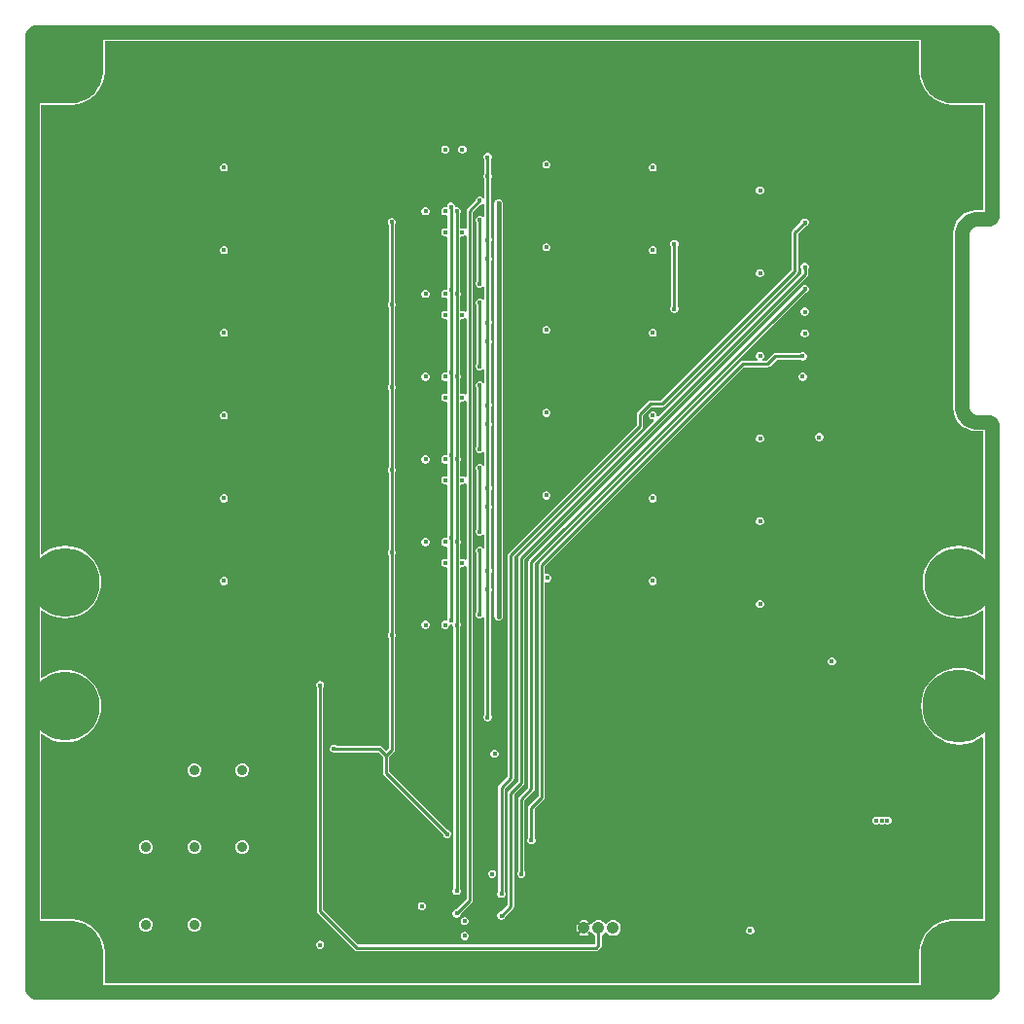
<source format=gbr>
G04*
G04 #@! TF.GenerationSoftware,Altium Limited,Altium Designer,24.1.2 (44)*
G04*
G04 Layer_Physical_Order=3*
G04 Layer_Color=16440176*
%FSLAX44Y44*%
%MOMM*%
G71*
G04*
G04 #@! TF.SameCoordinates,6DB90BD0-6BCB-4E72-83D2-ACCC89333B5C*
G04*
G04*
G04 #@! TF.FilePolarity,Positive*
G04*
G01*
G75*
%ADD18C,0.2540*%
%ADD39C,1.2700*%
%ADD59C,0.4000*%
%ADD61C,1.0500*%
%ADD62C,0.4000*%
%ADD63C,6.3500*%
%ADD64C,1.0000*%
%ADD65C,1.2000*%
%ADD66C,6.0000*%
%ADD67C,0.5000*%
%ADD68C,0.9000*%
G36*
X843526Y840146D02*
X842830D01*
X842117Y839851D01*
X843464Y838504D01*
X841668Y836708D01*
X840321Y838055D01*
X840026Y837342D01*
Y835950D01*
X840321Y835237D01*
X841668Y836584D01*
X843464Y834788D01*
X842117Y833441D01*
X842830Y833146D01*
X843526D01*
Y830146D01*
X842830D01*
X842117Y829851D01*
X843464Y828504D01*
X841668Y826708D01*
X840321Y828055D01*
X840026Y827342D01*
Y825950D01*
X840321Y825238D01*
X841668Y826584D01*
X843464Y824788D01*
X842117Y823441D01*
X842830Y823146D01*
X843526D01*
Y820146D01*
X842830D01*
X842117Y819851D01*
X843464Y818504D01*
X841668Y816709D01*
X840321Y818055D01*
X840026Y817343D01*
Y815950D01*
X840321Y815238D01*
X841668Y816584D01*
X843464Y814788D01*
X842117Y813441D01*
X842830Y813146D01*
X843526D01*
Y810146D01*
X842830D01*
X842117Y809851D01*
X843464Y808504D01*
X841668Y806709D01*
X840321Y808055D01*
X840026Y807343D01*
Y805950D01*
X840321Y805238D01*
X841668Y806584D01*
X843464Y804788D01*
X842117Y803441D01*
X842830Y803146D01*
X843526D01*
Y800146D01*
X842830D01*
X842117Y799851D01*
X843464Y798504D01*
X841668Y796709D01*
X840321Y798055D01*
X840026Y797343D01*
Y795950D01*
X840321Y795238D01*
X841668Y796584D01*
X843464Y794788D01*
X842117Y793441D01*
X842830Y793146D01*
X843526D01*
Y790146D01*
X842830D01*
X842117Y789851D01*
X843464Y788505D01*
X841668Y786709D01*
X840321Y788055D01*
X840026Y787343D01*
Y785950D01*
X840321Y785238D01*
X841668Y786584D01*
X843464Y784788D01*
X842117Y783441D01*
X842830Y783146D01*
X843526D01*
Y781000D01*
X809293Y781000D01*
X807438Y781000D01*
X803761Y781484D01*
X800179Y782444D01*
X796752Y783863D01*
X793540Y785718D01*
X790598Y787975D01*
X787975Y790598D01*
X785718Y793540D01*
X783863Y796752D01*
X782444Y800179D01*
X781484Y803761D01*
X781000Y807438D01*
X781000Y809293D01*
X781000D01*
Y841582D01*
X781517Y842830D01*
Y843526D01*
X784517D01*
Y842830D01*
X784812Y842117D01*
X786159Y843464D01*
X787955Y841668D01*
X786608Y840321D01*
X787321Y840026D01*
X788713D01*
X789426Y840321D01*
X788079Y841668D01*
X789875Y843464D01*
X791222Y842117D01*
X791517Y842830D01*
Y843526D01*
X794517D01*
Y842830D01*
X794812Y842117D01*
X796159Y843464D01*
X797955Y841668D01*
X796608Y840321D01*
X797321Y840026D01*
X798713D01*
X799426Y840321D01*
X798079Y841668D01*
X799875Y843464D01*
X801222Y842117D01*
X801517Y842830D01*
Y843526D01*
X804517D01*
Y842830D01*
X804812Y842117D01*
X806159Y843464D01*
X807955Y841668D01*
X806608Y840321D01*
X807321Y840026D01*
X808713D01*
X809426Y840321D01*
X808079Y841668D01*
X809875Y843464D01*
X811222Y842117D01*
X811517Y842830D01*
Y843526D01*
X814517D01*
Y842830D01*
X814812Y842117D01*
X816159Y843464D01*
X817955Y841668D01*
X816608Y840321D01*
X817321Y840026D01*
X818713D01*
X819426Y840321D01*
X818079Y841668D01*
X819875Y843464D01*
X821222Y842117D01*
X821517Y842830D01*
Y843526D01*
X824517D01*
Y842830D01*
X824812Y842117D01*
X826159Y843464D01*
X827955Y841668D01*
X826608Y840321D01*
X827321Y840026D01*
X828713D01*
X829426Y840321D01*
X828079Y841668D01*
X829875Y843464D01*
X831222Y842117D01*
X831517Y842830D01*
Y843526D01*
X834517D01*
Y842833D01*
X834812Y842121D01*
X836159Y843467D01*
X837955Y841671D01*
X836608Y840324D01*
X837321Y840029D01*
X838713D01*
X839426Y840324D01*
X838079Y841671D01*
X839875Y843467D01*
X841222Y842121D01*
X841517Y842833D01*
Y843526D01*
X843526D01*
Y840146D01*
D02*
G37*
G36*
X64518Y842830D02*
X64813Y842117D01*
X66160Y843464D01*
X67956Y841668D01*
X66610Y840321D01*
X67322Y840026D01*
X68714D01*
X69000Y839835D01*
Y809293D01*
X69000D01*
X69000Y807438D01*
X68516Y803761D01*
X67556Y800179D01*
X66137Y796752D01*
X64282Y793540D01*
X62024Y790598D01*
X59402Y787975D01*
X56460Y785718D01*
X53248Y783863D01*
X49821Y782444D01*
X46239Y781484D01*
X42562Y781000D01*
X40707Y781000D01*
X11080Y781000D01*
X9974Y782270D01*
Y782789D01*
X9679Y783502D01*
X8332Y782155D01*
X6536Y783951D01*
X7883Y785298D01*
X7171Y785593D01*
X6474D01*
Y788593D01*
X7171D01*
X7883Y788888D01*
X6536Y790235D01*
X8332Y792031D01*
X9679Y790684D01*
X9974Y791397D01*
Y792789D01*
X9679Y793502D01*
X8332Y792155D01*
X6536Y793951D01*
X7883Y795298D01*
X7171Y795593D01*
X6474D01*
Y798593D01*
X7171D01*
X7883Y798888D01*
X6536Y800235D01*
X8332Y802031D01*
X9679Y800684D01*
X9974Y801397D01*
Y802789D01*
X9679Y803502D01*
X8332Y802155D01*
X6536Y803951D01*
X7883Y805298D01*
X7171Y805593D01*
X6474D01*
Y808593D01*
X7171D01*
X7883Y808888D01*
X6536Y810235D01*
X8332Y812031D01*
X9679Y810684D01*
X9974Y811397D01*
Y812789D01*
X9679Y813502D01*
X8332Y812155D01*
X6536Y813951D01*
X7883Y815298D01*
X7171Y815593D01*
X6474D01*
Y818593D01*
X7171D01*
X7883Y818888D01*
X6536Y820235D01*
X8332Y822031D01*
X9679Y820684D01*
X9974Y821397D01*
Y822789D01*
X9679Y823502D01*
X8332Y822155D01*
X6536Y823951D01*
X7883Y825298D01*
X7171Y825593D01*
X6474D01*
Y828593D01*
X7171D01*
X7883Y828888D01*
X6536Y830235D01*
X8332Y832031D01*
X9679Y830684D01*
X9974Y831397D01*
Y832789D01*
X9679Y833502D01*
X8332Y832155D01*
X6536Y833951D01*
X7883Y835298D01*
X7171Y835593D01*
X6474D01*
Y837803D01*
X7447Y838453D01*
X8839D01*
X9552Y838748D01*
X8205Y840095D01*
X10001Y841891D01*
X11348Y840544D01*
X11643Y841257D01*
Y842649D01*
X12229Y843526D01*
X14518D01*
Y842830D01*
X14814Y842117D01*
X16160Y843464D01*
X17956Y841668D01*
X16610Y840321D01*
X17322Y840026D01*
X18715D01*
X19427Y840321D01*
X18081Y841668D01*
X19877Y843464D01*
X21223Y842117D01*
X21518Y842830D01*
Y843526D01*
X24518D01*
Y842830D01*
X24814Y842117D01*
X26160Y843464D01*
X27956Y841668D01*
X26610Y840321D01*
X27322Y840026D01*
X28715D01*
X29427Y840321D01*
X28081Y841668D01*
X29877Y843464D01*
X31223Y842117D01*
X31518Y842830D01*
Y843526D01*
X34518D01*
Y842830D01*
X34813Y842117D01*
X36160Y843464D01*
X37956Y841668D01*
X36610Y840321D01*
X37322Y840026D01*
X38715D01*
X39427Y840321D01*
X38080Y841668D01*
X39877Y843464D01*
X41223Y842117D01*
X41518Y842830D01*
Y843526D01*
X44518D01*
Y842830D01*
X44813Y842117D01*
X46160Y843464D01*
X47956Y841668D01*
X46610Y840321D01*
X47322Y840026D01*
X48714D01*
X49427Y840321D01*
X48081Y841668D01*
X49877Y843464D01*
X51223Y842117D01*
X51518Y842830D01*
Y843526D01*
X54518D01*
Y842830D01*
X54813Y842117D01*
X56160Y843464D01*
X57956Y841668D01*
X56610Y840321D01*
X57322Y840026D01*
X58714D01*
X59427Y840321D01*
X58081Y841668D01*
X59877Y843464D01*
X61223Y842117D01*
X61518Y842830D01*
Y843526D01*
X64518D01*
Y842830D01*
D02*
G37*
G36*
X779376Y809293D02*
X779376Y809293D01*
X779376Y807438D01*
X779419Y807335D01*
X779390Y807226D01*
X779874Y803549D01*
X779930Y803452D01*
X779916Y803341D01*
X780876Y799759D01*
X780944Y799669D01*
Y799557D01*
X782363Y796131D01*
X782443Y796052D01*
X782457Y795940D01*
X784312Y792729D01*
X784400Y792660D01*
X784430Y792552D01*
X786687Y789610D01*
X786785Y789554D01*
X786827Y789450D01*
X789450Y786827D01*
X789554Y786785D01*
X789610Y786687D01*
X792552Y784430D01*
X792660Y784401D01*
X792729Y784312D01*
X795940Y782457D01*
X796052Y782443D01*
X796131Y782363D01*
X799557Y780944D01*
X799669D01*
X799759Y780876D01*
X803341Y779916D01*
X803452Y779930D01*
X803549Y779874D01*
X807226Y779390D01*
X807335Y779419D01*
X807438Y779376D01*
X809293Y779376D01*
X835232Y779376D01*
Y687825D01*
X828860D01*
X828860Y687853D01*
X824998Y687472D01*
X821285Y686346D01*
X817862Y684517D01*
X814863Y682055D01*
X812401Y679055D01*
X810572Y675633D01*
X809445Y671919D01*
X809065Y668057D01*
X809092D01*
Y515497D01*
X809065D01*
X809445Y511635D01*
X810572Y507922D01*
X812401Y504499D01*
X814863Y501500D01*
X817862Y499038D01*
X821285Y497209D01*
X824998Y496082D01*
X828860Y495702D01*
X828860Y495729D01*
X835232D01*
Y388808D01*
X834079Y388276D01*
X832572Y389563D01*
X828345Y392154D01*
X823764Y394051D01*
X818943Y395208D01*
X814000Y395597D01*
X809057Y395208D01*
X804236Y394051D01*
X799655Y392154D01*
X795427Y389563D01*
X791657Y386343D01*
X788437Y382573D01*
X785846Y378345D01*
X783949Y373764D01*
X782792Y368943D01*
X782403Y364000D01*
X782792Y359057D01*
X783949Y354236D01*
X785846Y349655D01*
X788437Y345428D01*
X791657Y341657D01*
X795427Y338437D01*
X799655Y335846D01*
X804236Y333949D01*
X809057Y332792D01*
X814000Y332403D01*
X818943Y332792D01*
X823764Y333949D01*
X828345Y335846D01*
X832572Y338437D01*
X834079Y339724D01*
X835232Y339192D01*
Y283514D01*
X834620Y283231D01*
X833962Y283056D01*
X829619Y285718D01*
X824783Y287720D01*
X819694Y288942D01*
X814477Y289353D01*
X809259Y288942D01*
X804170Y287720D01*
X799335Y285718D01*
X794873Y282983D01*
X790893Y279584D01*
X787494Y275604D01*
X784759Y271142D01*
X782757Y266307D01*
X781535Y261217D01*
X781124Y256000D01*
X781535Y250783D01*
X782757Y245693D01*
X784759Y240858D01*
X787494Y236396D01*
X790893Y232416D01*
X794873Y229017D01*
X799335Y226282D01*
X804170Y224280D01*
X809259Y223058D01*
X814477Y222647D01*
X819694Y223058D01*
X824783Y224280D01*
X829619Y226282D01*
X833962Y228944D01*
X834620Y228769D01*
X835232Y228486D01*
Y70624D01*
X809293Y70624D01*
X807438Y70624D01*
X807335Y70581D01*
X807226Y70610D01*
X803549Y70126D01*
X803452Y70069D01*
X803341Y70084D01*
X799759Y69124D01*
X799669Y69056D01*
X799557D01*
X796131Y67637D01*
X796052Y67557D01*
X795940Y67543D01*
X792729Y65688D01*
X792660Y65599D01*
X792552Y65570D01*
X789610Y63313D01*
X789554Y63215D01*
X789450Y63173D01*
X786827Y60550D01*
X786785Y60447D01*
X786687Y60390D01*
X784430Y57448D01*
X784400Y57340D01*
X784312Y57271D01*
X782457Y54060D01*
X782443Y53948D01*
X782363Y53869D01*
X780944Y50443D01*
Y50331D01*
X780876Y50241D01*
X779916Y46659D01*
X779930Y46548D01*
X779874Y46451D01*
X779390Y42774D01*
X779419Y42665D01*
X779376Y42562D01*
X779376Y40707D01*
X779376Y40707D01*
Y14768D01*
X70624D01*
Y40707D01*
X70624Y40708D01*
X70624Y42562D01*
X70581Y42665D01*
X70610Y42774D01*
X70126Y46451D01*
X70069Y46548D01*
X70084Y46659D01*
X69124Y50241D01*
X69056Y50331D01*
Y50443D01*
X67637Y53869D01*
X67557Y53948D01*
X67543Y54060D01*
X65688Y57271D01*
X65599Y57340D01*
X65570Y57448D01*
X63313Y60390D01*
X63215Y60447D01*
X63173Y60550D01*
X60550Y63173D01*
X60447Y63215D01*
X60390Y63313D01*
X57448Y65570D01*
X57340Y65599D01*
X57271Y65688D01*
X54060Y67543D01*
X53948Y67557D01*
X53869Y67637D01*
X50443Y69056D01*
X50331D01*
X50241Y69124D01*
X46659Y70084D01*
X46548Y70069D01*
X46451Y70126D01*
X42774Y70610D01*
X42665Y70581D01*
X42562Y70624D01*
X40707Y70624D01*
X14768Y70624D01*
Y231192D01*
X15921Y231724D01*
X17428Y230437D01*
X21655Y227847D01*
X26236Y225949D01*
X31057Y224792D01*
X36000Y224403D01*
X40943Y224792D01*
X45764Y225949D01*
X50345Y227847D01*
X54573Y230437D01*
X58343Y233657D01*
X61563Y237428D01*
X64153Y241655D01*
X66051Y246236D01*
X67208Y251057D01*
X67597Y256000D01*
X67208Y260943D01*
X66051Y265764D01*
X64153Y270345D01*
X61563Y274573D01*
X58343Y278343D01*
X54573Y281563D01*
X50345Y284153D01*
X45764Y286051D01*
X40943Y287208D01*
X36000Y287597D01*
X31057Y287208D01*
X26236Y286051D01*
X21655Y284153D01*
X17428Y281563D01*
X15921Y280276D01*
X14768Y280808D01*
Y339192D01*
X15921Y339724D01*
X17428Y338437D01*
X21655Y335846D01*
X26236Y333949D01*
X31057Y332792D01*
X36000Y332403D01*
X40943Y332792D01*
X45764Y333949D01*
X50345Y335846D01*
X54573Y338437D01*
X58343Y341657D01*
X61563Y345428D01*
X64153Y349655D01*
X66051Y354236D01*
X67208Y359057D01*
X67597Y364000D01*
X67208Y368943D01*
X66051Y373764D01*
X64153Y378345D01*
X61563Y382573D01*
X58343Y386343D01*
X54573Y389563D01*
X50345Y392154D01*
X45764Y394051D01*
X40943Y395208D01*
X36000Y395597D01*
X31057Y395208D01*
X26236Y394051D01*
X21655Y392154D01*
X17428Y389563D01*
X15921Y388276D01*
X14768Y388808D01*
Y779376D01*
X40707Y779376D01*
X42562Y779376D01*
X42665Y779419D01*
X42774Y779390D01*
X46451Y779874D01*
X46548Y779930D01*
X46659Y779916D01*
X50241Y780876D01*
X50331Y780944D01*
X50443D01*
X53869Y782363D01*
X53948Y782443D01*
X54060Y782457D01*
X57271Y784312D01*
X57340Y784401D01*
X57448Y784430D01*
X60390Y786687D01*
X60447Y786785D01*
X60550Y786827D01*
X63173Y789450D01*
X63215Y789554D01*
X63313Y789610D01*
X65570Y792552D01*
X65599Y792660D01*
X65688Y792729D01*
X67543Y795940D01*
X67557Y796052D01*
X67637Y796131D01*
X69056Y799557D01*
Y799669D01*
X69124Y799759D01*
X70084Y803341D01*
X70069Y803452D01*
X70126Y803549D01*
X70610Y807226D01*
X70581Y807335D01*
X70624Y807438D01*
X70624Y809292D01*
X70624Y809293D01*
Y835232D01*
X779376D01*
Y809293D01*
D02*
G37*
G36*
X841543Y68424D02*
X842830Y67891D01*
X843526D01*
Y64891D01*
X842830D01*
X842117Y64596D01*
X843464Y63249D01*
X841668Y61453D01*
X840321Y62800D01*
X840026Y62087D01*
Y60695D01*
X840321Y59982D01*
X841668Y61329D01*
X843464Y59533D01*
X842117Y58186D01*
X842830Y57891D01*
X843526D01*
Y54891D01*
X842830D01*
X842117Y54596D01*
X843464Y53249D01*
X841668Y51453D01*
X840321Y52800D01*
X840026Y52087D01*
Y50695D01*
X840321Y49982D01*
X841668Y51329D01*
X843464Y49533D01*
X842117Y48186D01*
X842830Y47891D01*
X843526D01*
Y44891D01*
X842830D01*
X842117Y44596D01*
X843464Y43249D01*
X841668Y41453D01*
X840321Y42800D01*
X840026Y42087D01*
Y40695D01*
X840321Y39982D01*
X841668Y41329D01*
X843464Y39533D01*
X842117Y38186D01*
X842830Y37891D01*
X843526D01*
Y34891D01*
X842830D01*
X842117Y34596D01*
X843464Y33249D01*
X841668Y31453D01*
X840321Y32800D01*
X840026Y32087D01*
Y30695D01*
X840321Y29982D01*
X841668Y31329D01*
X843464Y29533D01*
X842117Y28186D01*
X842830Y27891D01*
X843526D01*
Y24891D01*
X842830D01*
X842117Y24596D01*
X843464Y23249D01*
X841668Y21453D01*
X840321Y22800D01*
X840026Y22087D01*
Y20695D01*
X840321Y19982D01*
X841668Y21329D01*
X843464Y19533D01*
X842117Y18186D01*
X842830Y17891D01*
X843526D01*
Y14891D01*
X842755D01*
X842042Y14596D01*
X843389Y13250D01*
X841593Y11454D01*
X840246Y12800D01*
X839951Y12088D01*
Y10695D01*
X840246Y9983D01*
X841593Y11329D01*
X843389Y9533D01*
X842042Y8187D01*
X842755Y7891D01*
X843526D01*
Y6474D01*
X838244D01*
Y7171D01*
X837949Y7883D01*
X836602Y6536D01*
X834806Y8332D01*
X836152Y9679D01*
X835440Y9974D01*
X834047D01*
X833335Y9679D01*
X834681Y8332D01*
X832886Y6536D01*
X831539Y7883D01*
X831244Y7171D01*
Y6474D01*
X828244D01*
Y7171D01*
X827949Y7883D01*
X826602Y6536D01*
X824806Y8332D01*
X826152Y9679D01*
X825440Y9974D01*
X824047D01*
X823335Y9679D01*
X824681Y8332D01*
X822886Y6536D01*
X821539Y7883D01*
X821244Y7171D01*
Y6474D01*
X818244D01*
Y7171D01*
X817949Y7883D01*
X816602Y6536D01*
X814806Y8332D01*
X816152Y9679D01*
X815440Y9974D01*
X814047D01*
X813335Y9679D01*
X814682Y8332D01*
X812886Y6536D01*
X811539Y7883D01*
X811244Y7171D01*
Y6474D01*
X808244D01*
Y7171D01*
X807949Y7883D01*
X806602Y6536D01*
X804806Y8332D01*
X806152Y9679D01*
X805440Y9974D01*
X804048D01*
X803335Y9679D01*
X804682Y8332D01*
X802886Y6536D01*
X801539Y7883D01*
X801244Y7171D01*
Y6474D01*
X798244D01*
Y7171D01*
X797949Y7883D01*
X796602Y6536D01*
X794806Y8332D01*
X796153Y9679D01*
X795440Y9974D01*
X794048D01*
X793335Y9679D01*
X794682Y8332D01*
X792886Y6536D01*
X791539Y7883D01*
X791244Y7171D01*
Y6474D01*
X788244D01*
Y7171D01*
X787949Y7883D01*
X786602Y6536D01*
X784806Y8332D01*
X786153Y9679D01*
X785440Y9974D01*
X784048D01*
X782761Y9441D01*
X782270Y8950D01*
X781000Y9476D01*
Y40707D01*
X781000Y40707D01*
X781000Y40707D01*
X781000Y42562D01*
X781484Y46239D01*
X782444Y49821D01*
X783863Y53248D01*
X785718Y56460D01*
X787975Y59402D01*
X790598Y62024D01*
X793540Y64282D01*
X796752Y66137D01*
X800179Y67556D01*
X803761Y68516D01*
X807438Y69000D01*
X809293Y69000D01*
X840967Y69000D01*
X841543Y68424D01*
D02*
G37*
G36*
X40707Y69000D02*
X42562Y69000D01*
X46239Y68516D01*
X49821Y67556D01*
X53248Y66137D01*
X56460Y64282D01*
X59402Y62024D01*
X62024Y59402D01*
X64282Y56460D01*
X66137Y53248D01*
X67556Y49821D01*
X68516Y46239D01*
X69000Y42562D01*
X69000Y40707D01*
X69000D01*
X69000Y40707D01*
Y8667D01*
X68668Y8601D01*
X66603Y6536D01*
X64807Y8332D01*
X66154Y9679D01*
X65441Y9974D01*
X64049D01*
X63336Y9679D01*
X64683Y8332D01*
X62887Y6536D01*
X61540Y7883D01*
X61245Y7171D01*
Y6474D01*
X58245D01*
Y7171D01*
X57950Y7883D01*
X56603Y6536D01*
X54807Y8332D01*
X56154Y9679D01*
X55441Y9974D01*
X54049D01*
X53337Y9679D01*
X54683Y8332D01*
X52887Y6536D01*
X51540Y7883D01*
X51245Y7171D01*
Y6474D01*
X48245D01*
Y7171D01*
X47950Y7883D01*
X46603Y6536D01*
X44808Y8332D01*
X46154Y9679D01*
X45441Y9974D01*
X44049D01*
X43337Y9679D01*
X44683Y8332D01*
X42887Y6536D01*
X41540Y7883D01*
X41245Y7171D01*
Y6474D01*
X38245D01*
Y7171D01*
X37950Y7883D01*
X36604Y6536D01*
X34808Y8332D01*
X36154Y9679D01*
X35442Y9974D01*
X34049D01*
X33337Y9679D01*
X34683Y8332D01*
X32887Y6536D01*
X31541Y7883D01*
X31245Y7171D01*
Y6474D01*
X28245D01*
Y7171D01*
X27950Y7883D01*
X26604Y6536D01*
X24808Y8332D01*
X26154Y9679D01*
X25442Y9974D01*
X24049D01*
X23337Y9679D01*
X24683Y8332D01*
X22887Y6536D01*
X21541Y7883D01*
X21245Y7171D01*
Y6474D01*
X18245D01*
Y7171D01*
X17950Y7883D01*
X16604Y6536D01*
X14807Y8332D01*
X16154Y9679D01*
X15441Y9974D01*
X14049D01*
X13336Y9679D01*
X14683Y8332D01*
X12887Y6536D01*
X11540Y7883D01*
X11245Y7171D01*
Y6474D01*
X6474D01*
Y8595D01*
X7171D01*
X7883Y8890D01*
X6536Y10237D01*
X8332Y12033D01*
X9679Y10686D01*
X9974Y11399D01*
Y12791D01*
X9679Y13504D01*
X8332Y12157D01*
X6536Y13953D01*
X7883Y15300D01*
X7171Y15595D01*
X6474D01*
Y18595D01*
X7171D01*
X7883Y18890D01*
X6536Y20236D01*
X8332Y22032D01*
X9679Y20686D01*
X9974Y21398D01*
Y22791D01*
X9679Y23503D01*
X8332Y22157D01*
X6536Y23953D01*
X7883Y25299D01*
X7171Y25595D01*
X6474D01*
Y28595D01*
X7171D01*
X7883Y28890D01*
X6536Y30236D01*
X8332Y32032D01*
X9679Y30686D01*
X9974Y31398D01*
Y32791D01*
X9679Y33503D01*
X8332Y32157D01*
X6536Y33953D01*
X7883Y35299D01*
X7171Y35595D01*
X6474D01*
Y38595D01*
X7171D01*
X7883Y38890D01*
X6536Y40236D01*
X8332Y42032D01*
X9679Y40686D01*
X9974Y41398D01*
Y42791D01*
X9679Y43503D01*
X8332Y42157D01*
X6536Y43953D01*
X7883Y45300D01*
X7171Y45595D01*
X6474D01*
Y48595D01*
X7171D01*
X7883Y48890D01*
X6536Y50236D01*
X8332Y52032D01*
X9679Y50686D01*
X9974Y51398D01*
Y52791D01*
X9679Y53503D01*
X8332Y52157D01*
X6536Y53953D01*
X7883Y55299D01*
X7171Y55595D01*
X6474D01*
Y58595D01*
X7171D01*
X7883Y58890D01*
X6536Y60236D01*
X8332Y62032D01*
X9679Y60686D01*
X9974Y61398D01*
Y62791D01*
X9679Y63503D01*
X8332Y62157D01*
X6536Y63953D01*
X7883Y65299D01*
X7171Y65595D01*
X6474D01*
Y68595D01*
X7171D01*
X8149Y69000D01*
X40707Y69000D01*
D02*
G37*
%LPC*%
G36*
X382546Y744184D02*
X381154D01*
X379868Y743651D01*
X378883Y742667D01*
X378350Y741380D01*
Y739988D01*
X378883Y738701D01*
X379868Y737717D01*
X381154Y737184D01*
X382546D01*
X383833Y737717D01*
X384817Y738701D01*
X385350Y739988D01*
Y741380D01*
X384817Y742667D01*
X383833Y743651D01*
X382546Y744184D01*
D02*
G37*
G36*
X367546D02*
X366154D01*
X364867Y743651D01*
X363883Y742667D01*
X363350Y741380D01*
Y739988D01*
X363883Y738701D01*
X364867Y737717D01*
X366154Y737184D01*
X367546D01*
X368833Y737717D01*
X369817Y738701D01*
X370350Y739988D01*
Y741380D01*
X369817Y742667D01*
X368833Y743651D01*
X367546Y744184D01*
D02*
G37*
G36*
X455695Y731000D02*
X454303D01*
X453016Y730467D01*
X452032Y729483D01*
X451499Y728196D01*
Y726804D01*
X452032Y725517D01*
X453016Y724533D01*
X454303Y724000D01*
X455695D01*
X456982Y724533D01*
X457966Y725517D01*
X458499Y726804D01*
Y728196D01*
X457966Y729483D01*
X456982Y730467D01*
X455695Y731000D01*
D02*
G37*
G36*
X548320Y728500D02*
X546928D01*
X545641Y727967D01*
X544657Y726982D01*
X544124Y725696D01*
Y724304D01*
X544657Y723017D01*
X545641Y722033D01*
X546928Y721500D01*
X548320D01*
X549607Y722033D01*
X550591Y723017D01*
X551124Y724304D01*
Y725696D01*
X550591Y726982D01*
X549607Y727967D01*
X548320Y728500D01*
D02*
G37*
G36*
X174960D02*
X173568D01*
X172281Y727967D01*
X171297Y726982D01*
X170764Y725696D01*
Y724304D01*
X171297Y723017D01*
X172281Y722033D01*
X173568Y721500D01*
X174960D01*
X176247Y722033D01*
X177231Y723017D01*
X177764Y724304D01*
Y725696D01*
X177231Y726982D01*
X176247Y727967D01*
X174960Y728500D01*
D02*
G37*
G36*
X641660Y708500D02*
X640268D01*
X638981Y707967D01*
X637997Y706982D01*
X637464Y705696D01*
Y704304D01*
X637997Y703017D01*
X638981Y702033D01*
X640268Y701500D01*
X641660D01*
X642947Y702033D01*
X643931Y703017D01*
X644464Y704304D01*
Y705696D01*
X643931Y706982D01*
X642947Y707967D01*
X641660Y708500D01*
D02*
G37*
G36*
X404556Y737524D02*
X403164D01*
X401877Y736991D01*
X400893Y736007D01*
X400360Y734720D01*
Y733328D01*
X400893Y732041D01*
X401036Y731898D01*
Y719676D01*
X400893Y719533D01*
X400360Y718246D01*
Y716854D01*
X400893Y715567D01*
X401036Y715424D01*
Y698465D01*
X400313Y698148D01*
X399766Y698076D01*
X398899Y698943D01*
X397612Y699476D01*
X396220D01*
X394933Y698943D01*
X393949Y697959D01*
X393416Y696672D01*
Y696470D01*
X386226Y689280D01*
X385614Y688364D01*
X385399Y687283D01*
X385399Y687283D01*
Y671881D01*
X384129Y671355D01*
X383833Y671651D01*
X382546Y672184D01*
X381154D01*
X380944Y672097D01*
X379674Y672946D01*
Y684689D01*
X379817Y684832D01*
X380350Y686118D01*
Y687511D01*
X379817Y688797D01*
X378833Y689781D01*
X377546Y690314D01*
X376154D01*
X375350Y691356D01*
Y691510D01*
X374817Y692797D01*
X373833Y693781D01*
X372546Y694314D01*
X371154D01*
X369868Y693781D01*
X368883Y692797D01*
X368350Y691510D01*
Y691358D01*
X367546Y690316D01*
X366154D01*
X364867Y689783D01*
X363883Y688799D01*
X363350Y687512D01*
Y686120D01*
X363883Y684833D01*
X364867Y683849D01*
X366154Y683316D01*
X367546D01*
X367756Y683403D01*
X369026Y682554D01*
Y672946D01*
X367756Y672097D01*
X367546Y672184D01*
X366154D01*
X364867Y671651D01*
X363883Y670667D01*
X363350Y669380D01*
Y667988D01*
X363883Y666701D01*
X364867Y665717D01*
X366154Y665184D01*
X367546D01*
X367756Y665271D01*
X369026Y664422D01*
Y620940D01*
X368883Y620797D01*
X368350Y619510D01*
Y619358D01*
X367546Y618316D01*
X366154D01*
X364867Y617783D01*
X363883Y616799D01*
X363350Y615512D01*
Y614120D01*
X363883Y612833D01*
X364867Y611849D01*
X366154Y611316D01*
X367546D01*
X367756Y611403D01*
X369026Y610554D01*
Y600946D01*
X367756Y600097D01*
X367546Y600184D01*
X366154D01*
X364867Y599651D01*
X363883Y598667D01*
X363350Y597380D01*
Y595988D01*
X363883Y594701D01*
X364867Y593717D01*
X366154Y593184D01*
X367546D01*
X367756Y593271D01*
X369026Y592422D01*
Y548940D01*
X368883Y548797D01*
X368350Y547510D01*
Y547358D01*
X367546Y546316D01*
X366154D01*
X364867Y545783D01*
X363883Y544799D01*
X363350Y543512D01*
Y542120D01*
X363883Y540833D01*
X364867Y539849D01*
X366154Y539316D01*
X367546D01*
X367756Y539403D01*
X369026Y538554D01*
Y528946D01*
X367756Y528097D01*
X367546Y528184D01*
X366154D01*
X364867Y527651D01*
X363883Y526667D01*
X363350Y525380D01*
Y523988D01*
X363883Y522701D01*
X364867Y521717D01*
X366154Y521184D01*
X367546D01*
X367756Y521271D01*
X369026Y520422D01*
Y476940D01*
X368883Y476797D01*
X368350Y475510D01*
Y475358D01*
X367546Y474316D01*
X366154D01*
X364867Y473783D01*
X363883Y472799D01*
X363350Y471512D01*
Y470120D01*
X363883Y468833D01*
X364867Y467849D01*
X366154Y467316D01*
X367546D01*
X367756Y467403D01*
X369026Y466554D01*
Y456946D01*
X367756Y456097D01*
X367546Y456184D01*
X366154D01*
X364867Y455651D01*
X363883Y454667D01*
X363350Y453380D01*
Y451988D01*
X363883Y450701D01*
X364867Y449717D01*
X366154Y449184D01*
X367546D01*
X367756Y449271D01*
X369026Y448422D01*
Y404940D01*
X368883Y404797D01*
X368350Y403510D01*
Y403358D01*
X367546Y402316D01*
X366154D01*
X364867Y401783D01*
X363883Y400799D01*
X363350Y399512D01*
Y398120D01*
X363883Y396833D01*
X364867Y395849D01*
X366154Y395316D01*
X367546D01*
X367756Y395403D01*
X369026Y394554D01*
Y384946D01*
X367756Y384097D01*
X367546Y384184D01*
X366154D01*
X364867Y383651D01*
X363883Y382667D01*
X363350Y381380D01*
Y379988D01*
X363883Y378701D01*
X364867Y377717D01*
X366154Y377184D01*
X367546D01*
X367756Y377271D01*
X369026Y376422D01*
Y332940D01*
X368883Y332797D01*
X368350Y331510D01*
Y331358D01*
X367546Y330316D01*
X366154D01*
X364867Y329783D01*
X363883Y328799D01*
X363350Y327512D01*
Y326120D01*
X363883Y324833D01*
X364867Y323849D01*
X366154Y323316D01*
X367546D01*
X368833Y323849D01*
X369817Y324833D01*
X370350Y326120D01*
Y326272D01*
X371154Y327314D01*
X372546D01*
X373350Y326272D01*
Y326118D01*
X373883Y324832D01*
X374026Y324689D01*
Y97095D01*
X373883Y96953D01*
X373350Y95666D01*
Y94274D01*
X373883Y92987D01*
X374867Y92003D01*
X376154Y91470D01*
X377546D01*
X378833Y92003D01*
X379817Y92987D01*
X380350Y94274D01*
Y95666D01*
X379817Y96953D01*
X379674Y97095D01*
Y324689D01*
X379817Y324832D01*
X380350Y326118D01*
Y327510D01*
X379817Y328797D01*
X379674Y328940D01*
Y376422D01*
X380944Y377271D01*
X381154Y377184D01*
X382546D01*
X383833Y377717D01*
X384129Y378013D01*
X385399Y377487D01*
Y88013D01*
X376356Y78970D01*
X376154D01*
X374867Y78437D01*
X373883Y77453D01*
X373350Y76166D01*
Y74774D01*
X373883Y73488D01*
X374867Y72503D01*
X376154Y71970D01*
X377546D01*
X378833Y72503D01*
X379817Y73488D01*
X380350Y74774D01*
Y74976D01*
X390220Y84846D01*
X390220Y84846D01*
X390832Y85762D01*
X391047Y86843D01*
X391047Y86843D01*
Y686113D01*
X397410Y692476D01*
X397612D01*
X398899Y693009D01*
X399766Y693876D01*
X400313Y693804D01*
X401036Y693486D01*
Y681939D01*
X400313Y681622D01*
X399766Y681550D01*
X398899Y682417D01*
X397612Y682950D01*
X396220D01*
X394933Y682417D01*
X393949Y681433D01*
X393416Y680146D01*
Y678754D01*
X393949Y677467D01*
X394092Y677325D01*
Y626101D01*
X393949Y625959D01*
X393416Y624672D01*
Y623280D01*
X393949Y621993D01*
X394933Y621009D01*
X396220Y620476D01*
X397612D01*
X398899Y621009D01*
X399766Y621876D01*
X400313Y621804D01*
X401036Y621487D01*
Y609939D01*
X400313Y609622D01*
X399766Y609550D01*
X398899Y610417D01*
X397612Y610950D01*
X396220D01*
X394933Y610417D01*
X393949Y609433D01*
X393416Y608146D01*
Y606754D01*
X393949Y605467D01*
X394092Y605325D01*
Y554101D01*
X393949Y553959D01*
X393416Y552672D01*
Y551280D01*
X393949Y549993D01*
X394933Y549009D01*
X396220Y548476D01*
X397612D01*
X398899Y549009D01*
X399766Y549876D01*
X400313Y549804D01*
X401036Y549487D01*
Y537939D01*
X400313Y537622D01*
X399766Y537550D01*
X398899Y538417D01*
X397612Y538950D01*
X396220D01*
X394933Y538417D01*
X393949Y537433D01*
X393416Y536146D01*
Y534754D01*
X393949Y533467D01*
X394092Y533325D01*
Y482101D01*
X393949Y481959D01*
X393416Y480672D01*
Y479280D01*
X393949Y477993D01*
X394933Y477009D01*
X396220Y476476D01*
X397612D01*
X398899Y477009D01*
X399766Y477876D01*
X400313Y477804D01*
X401036Y477486D01*
Y465939D01*
X400313Y465622D01*
X399766Y465550D01*
X398899Y466417D01*
X397612Y466950D01*
X396220D01*
X394933Y466417D01*
X393949Y465433D01*
X393416Y464146D01*
Y462754D01*
X393949Y461467D01*
X394092Y461325D01*
Y410101D01*
X393949Y409959D01*
X393416Y408672D01*
Y407280D01*
X393949Y405993D01*
X394933Y405009D01*
X396220Y404476D01*
X397612D01*
X398899Y405009D01*
X399766Y405876D01*
X400313Y405804D01*
X401036Y405487D01*
Y393939D01*
X400313Y393622D01*
X399766Y393550D01*
X398899Y394417D01*
X397612Y394950D01*
X396220D01*
X394933Y394417D01*
X393949Y393433D01*
X393416Y392146D01*
Y390754D01*
X393949Y389467D01*
X394092Y389324D01*
Y338101D01*
X393949Y337958D01*
X393416Y336672D01*
Y335280D01*
X393949Y333993D01*
X394933Y333009D01*
X396220Y332476D01*
X397612D01*
X398899Y333009D01*
X399766Y333876D01*
X400313Y333804D01*
X401036Y333487D01*
Y248505D01*
X400893Y248363D01*
X400360Y247076D01*
Y245684D01*
X400893Y244397D01*
X401877Y243413D01*
X403164Y242880D01*
X404556D01*
X405843Y243413D01*
X406827Y244397D01*
X407360Y245684D01*
Y247076D01*
X406827Y248363D01*
X406684Y248505D01*
Y355424D01*
X406827Y355567D01*
X407360Y356854D01*
Y358246D01*
X406827Y359533D01*
X406684Y359675D01*
Y371898D01*
X406827Y372041D01*
X407360Y373328D01*
Y374720D01*
X406827Y376007D01*
X406684Y376149D01*
Y427425D01*
X406827Y427567D01*
X407360Y428854D01*
Y430246D01*
X406827Y431533D01*
X406684Y431675D01*
Y443899D01*
X406827Y444041D01*
X407360Y445328D01*
Y446720D01*
X406827Y448007D01*
X406684Y448149D01*
Y499425D01*
X406827Y499567D01*
X407360Y500854D01*
Y502246D01*
X406827Y503533D01*
X406684Y503675D01*
Y515899D01*
X406827Y516041D01*
X407360Y517328D01*
Y518720D01*
X406827Y520007D01*
X406684Y520149D01*
Y571424D01*
X406827Y571567D01*
X407360Y572854D01*
Y574246D01*
X406827Y575533D01*
X406684Y575676D01*
Y587898D01*
X406827Y588041D01*
X407360Y589328D01*
Y590720D01*
X406827Y592007D01*
X406684Y592149D01*
Y643425D01*
X406827Y643567D01*
X407360Y644854D01*
Y646246D01*
X406827Y647533D01*
X406684Y647675D01*
Y659899D01*
X406827Y660041D01*
X407360Y661328D01*
Y662720D01*
X406827Y664007D01*
X406684Y664149D01*
Y715424D01*
X406827Y715567D01*
X407360Y716854D01*
Y718246D01*
X406827Y719533D01*
X406684Y719676D01*
Y731898D01*
X406827Y732041D01*
X407360Y733328D01*
Y734720D01*
X406827Y736007D01*
X405843Y736991D01*
X404556Y737524D01*
D02*
G37*
G36*
X350474Y690314D02*
X349082D01*
X347795Y689781D01*
X346811Y688797D01*
X346278Y687511D01*
Y686118D01*
X346811Y684832D01*
X347795Y683847D01*
X349082Y683314D01*
X350474D01*
X351761Y683847D01*
X352745Y684832D01*
X353278Y686118D01*
Y687511D01*
X352745Y688797D01*
X351761Y689781D01*
X350474Y690314D01*
D02*
G37*
G36*
X455695Y659000D02*
X454303D01*
X453016Y658467D01*
X452032Y657483D01*
X451499Y656196D01*
Y654804D01*
X452032Y653517D01*
X453016Y652533D01*
X454303Y652000D01*
X455695D01*
X456982Y652533D01*
X457966Y653517D01*
X458499Y654804D01*
Y656196D01*
X457966Y657483D01*
X456982Y658467D01*
X455695Y659000D01*
D02*
G37*
G36*
X548320Y656500D02*
X546928D01*
X545641Y655967D01*
X544657Y654983D01*
X544124Y653696D01*
Y652304D01*
X544657Y651017D01*
X545641Y650033D01*
X546928Y649500D01*
X548320D01*
X549607Y650033D01*
X550591Y651017D01*
X551124Y652304D01*
Y653696D01*
X550591Y654983D01*
X549607Y655967D01*
X548320Y656500D01*
D02*
G37*
G36*
X174960D02*
X173568D01*
X172281Y655967D01*
X171297Y654983D01*
X170764Y653696D01*
Y652304D01*
X171297Y651017D01*
X172281Y650033D01*
X173568Y649500D01*
X174960D01*
X176247Y650033D01*
X177231Y651017D01*
X177764Y652304D01*
Y653696D01*
X177231Y654983D01*
X176247Y655967D01*
X174960Y656500D01*
D02*
G37*
G36*
X641660Y636500D02*
X640268D01*
X638981Y635967D01*
X637997Y634983D01*
X637464Y633696D01*
Y632304D01*
X637997Y631017D01*
X638981Y630033D01*
X640268Y629500D01*
X641660D01*
X642947Y630033D01*
X643931Y631017D01*
X644464Y632304D01*
Y633696D01*
X643931Y634983D01*
X642947Y635967D01*
X641660Y636500D01*
D02*
G37*
G36*
X350474Y618314D02*
X349082D01*
X347795Y617782D01*
X346811Y616797D01*
X346278Y615511D01*
Y614118D01*
X346811Y612832D01*
X347795Y611847D01*
X349082Y611314D01*
X350474D01*
X351761Y611847D01*
X352745Y612832D01*
X353278Y614118D01*
Y615511D01*
X352745Y616797D01*
X351761Y617782D01*
X350474Y618314D01*
D02*
G37*
G36*
X567116Y661994D02*
X565724D01*
X564437Y661461D01*
X563453Y660477D01*
X562920Y659190D01*
Y657798D01*
X563453Y656511D01*
X563596Y656368D01*
Y604105D01*
X563453Y603963D01*
X562920Y602676D01*
Y601284D01*
X563453Y599997D01*
X564437Y599013D01*
X565724Y598480D01*
X567116D01*
X568403Y599013D01*
X569387Y599997D01*
X569920Y601284D01*
Y602676D01*
X569387Y603963D01*
X569244Y604105D01*
Y656368D01*
X569387Y656511D01*
X569920Y657798D01*
Y659190D01*
X569387Y660477D01*
X568403Y661461D01*
X567116Y661994D01*
D02*
G37*
G36*
X680680Y602928D02*
X679288D01*
X678001Y602395D01*
X677017Y601410D01*
X676484Y600124D01*
Y598732D01*
X677017Y597445D01*
X678001Y596461D01*
X679288Y595928D01*
X680680D01*
X681967Y596461D01*
X682951Y597445D01*
X683484Y598732D01*
Y600124D01*
X682951Y601410D01*
X681967Y602395D01*
X680680Y602928D01*
D02*
G37*
G36*
X455695Y587000D02*
X454303D01*
X453016Y586467D01*
X452032Y585482D01*
X451499Y584196D01*
Y582804D01*
X452032Y581517D01*
X453016Y580533D01*
X454303Y580000D01*
X455695D01*
X456982Y580533D01*
X457966Y581517D01*
X458499Y582804D01*
Y584196D01*
X457966Y585482D01*
X456982Y586467D01*
X455695Y587000D01*
D02*
G37*
G36*
X548320Y584500D02*
X546928D01*
X545641Y583967D01*
X544657Y582982D01*
X544124Y581696D01*
Y580304D01*
X544657Y579017D01*
X545641Y578033D01*
X546928Y577500D01*
X548320D01*
X549607Y578033D01*
X550591Y579017D01*
X551124Y580304D01*
Y581696D01*
X550591Y582982D01*
X549607Y583967D01*
X548320Y584500D01*
D02*
G37*
G36*
X174960D02*
X173568D01*
X172281Y583967D01*
X171297Y582982D01*
X170764Y581696D01*
Y580304D01*
X171297Y579017D01*
X172281Y578033D01*
X173568Y577500D01*
X174960D01*
X176247Y578033D01*
X177231Y579017D01*
X177764Y580304D01*
Y581696D01*
X177231Y582982D01*
X176247Y583967D01*
X174960Y584500D01*
D02*
G37*
G36*
X680680Y583928D02*
X679288D01*
X678001Y583395D01*
X677017Y582410D01*
X676484Y581124D01*
Y579732D01*
X677017Y578445D01*
X678001Y577461D01*
X679288Y576928D01*
X680680D01*
X681967Y577461D01*
X682951Y578445D01*
X683484Y579732D01*
Y581124D01*
X682951Y582410D01*
X681967Y583395D01*
X680680Y583928D01*
D02*
G37*
G36*
X641660Y564500D02*
X640268D01*
X638981Y563967D01*
X637997Y562982D01*
X637464Y561696D01*
Y560304D01*
X637997Y559017D01*
X638981Y558033D01*
X639049Y558005D01*
X638797Y556735D01*
X626001D01*
X624920Y556520D01*
X624004Y555908D01*
X624004Y555907D01*
X448957Y380861D01*
X448345Y379945D01*
X448130Y378864D01*
X448130Y378864D01*
Y177804D01*
X439963Y169637D01*
X439351Y168721D01*
X439136Y167640D01*
X439136Y167640D01*
Y141326D01*
X438993Y141183D01*
X438460Y139896D01*
Y138504D01*
X438993Y137217D01*
X439977Y136233D01*
X441264Y135700D01*
X442656D01*
X443943Y136233D01*
X444927Y137217D01*
X445460Y138504D01*
Y139896D01*
X444927Y141183D01*
X444784Y141326D01*
Y166470D01*
X452951Y174637D01*
X453563Y175553D01*
X453778Y176634D01*
X453778Y176634D01*
Y363374D01*
X454834Y364080D01*
X455028Y364000D01*
X456420D01*
X457707Y364533D01*
X458691Y365517D01*
X459224Y366804D01*
Y368196D01*
X458691Y369482D01*
X457707Y370467D01*
X456420Y371000D01*
X455028D01*
X454834Y370920D01*
X453778Y371625D01*
Y377694D01*
X627171Y551086D01*
X647699D01*
X647699Y551086D01*
X648780Y551301D01*
X649696Y551913D01*
X655495Y557712D01*
X676055D01*
X676197Y557569D01*
X677484Y557036D01*
X678876D01*
X680163Y557569D01*
X681147Y558553D01*
X681680Y559840D01*
Y561232D01*
X681147Y562519D01*
X680163Y563503D01*
X678876Y564036D01*
X677484D01*
X676197Y563503D01*
X676055Y563360D01*
X654325D01*
X654325Y563360D01*
X653244Y563145D01*
X652328Y562533D01*
X652328Y562533D01*
X646529Y556735D01*
X643131D01*
X642879Y558005D01*
X642947Y558033D01*
X643931Y559017D01*
X644464Y560304D01*
Y561696D01*
X643931Y562982D01*
X642947Y563967D01*
X641660Y564500D01*
D02*
G37*
G36*
X678876Y546314D02*
X677484D01*
X676197Y545782D01*
X675213Y544797D01*
X674680Y543511D01*
Y542118D01*
X675213Y540832D01*
X676197Y539847D01*
X677484Y539314D01*
X678876D01*
X680163Y539847D01*
X681147Y540832D01*
X681680Y542118D01*
Y543511D01*
X681147Y544797D01*
X680163Y545782D01*
X678876Y546314D01*
D02*
G37*
G36*
X350474D02*
X349082D01*
X347795Y545782D01*
X346811Y544797D01*
X346278Y543511D01*
Y542118D01*
X346811Y540832D01*
X347795Y539847D01*
X349082Y539314D01*
X350474D01*
X351761Y539847D01*
X352745Y540832D01*
X353278Y542118D01*
Y543511D01*
X352745Y544797D01*
X351761Y545782D01*
X350474Y546314D01*
D02*
G37*
G36*
X680680Y680711D02*
X679288D01*
X678001Y680179D01*
X677017Y679194D01*
X676484Y677908D01*
Y677706D01*
X669314Y670536D01*
X668702Y669620D01*
X668487Y668539D01*
X668487Y668539D01*
Y635896D01*
X554691Y522100D01*
X545374D01*
X545374Y522100D01*
X544293Y521885D01*
X543377Y521273D01*
X534461Y512357D01*
X533849Y511441D01*
X533634Y510360D01*
X533634Y510360D01*
Y500806D01*
X422109Y389282D01*
X421497Y388366D01*
X421282Y387285D01*
X421282Y387285D01*
Y194864D01*
X413760Y187342D01*
X413148Y186425D01*
X412933Y185345D01*
X412933Y185344D01*
Y94705D01*
X412790Y94562D01*
X412257Y93276D01*
Y91883D01*
X412790Y90597D01*
X413774Y89612D01*
X415061Y89080D01*
X416453D01*
X417739Y89612D01*
X418724Y90597D01*
X419257Y91883D01*
Y93276D01*
X418724Y94562D01*
X418581Y94705D01*
Y184175D01*
X426104Y191697D01*
X426104Y191697D01*
X426716Y192614D01*
X426931Y193694D01*
Y386115D01*
X538455Y497639D01*
X538455Y497639D01*
X539067Y498555D01*
X539282Y499636D01*
X539282Y499636D01*
Y509190D01*
X546544Y516451D01*
X555860D01*
X555860Y516451D01*
X556941Y516666D01*
X557858Y517278D01*
X673308Y632729D01*
X673309Y632729D01*
X673921Y633646D01*
X674136Y634726D01*
Y667369D01*
X680478Y673711D01*
X680680D01*
X681967Y674244D01*
X682951Y675229D01*
X683484Y676515D01*
Y677908D01*
X682951Y679194D01*
X681967Y680179D01*
X680680Y680711D01*
D02*
G37*
G36*
Y641820D02*
X679288D01*
X678001Y641287D01*
X677017Y640302D01*
X676484Y639016D01*
Y637623D01*
X677017Y636337D01*
X677160Y636194D01*
Y633034D01*
X552369Y508243D01*
X551124Y508794D01*
Y509696D01*
X550591Y510983D01*
X549607Y511967D01*
X548320Y512500D01*
X546928D01*
X545641Y511967D01*
X544657Y510983D01*
X544124Y509696D01*
Y508304D01*
X544657Y507017D01*
X545641Y506033D01*
X546928Y505500D01*
X547830D01*
X548381Y504255D01*
X431116Y386990D01*
X430504Y386074D01*
X430289Y384993D01*
X430289Y384993D01*
Y190516D01*
X422109Y182337D01*
X421497Y181421D01*
X421282Y180340D01*
X421282Y180340D01*
Y83180D01*
X415263Y77160D01*
X415061D01*
X413774Y76627D01*
X412790Y75643D01*
X412257Y74356D01*
Y72964D01*
X412790Y71677D01*
X413774Y70693D01*
X415061Y70160D01*
X416453D01*
X417739Y70693D01*
X418724Y71677D01*
X419257Y72964D01*
Y73166D01*
X426104Y80013D01*
X426104Y80013D01*
X426716Y80929D01*
X426931Y82010D01*
Y179170D01*
X435110Y187350D01*
X435110Y187350D01*
X435723Y188266D01*
X435938Y189347D01*
X435938Y189347D01*
Y383823D01*
X681981Y629867D01*
X681981Y629867D01*
X682593Y630783D01*
X682808Y631864D01*
X682808Y631864D01*
Y636194D01*
X682951Y636337D01*
X683484Y637623D01*
Y639016D01*
X682951Y640302D01*
X681967Y641287D01*
X680680Y641820D01*
D02*
G37*
G36*
X455695Y515000D02*
X454303D01*
X453016Y514467D01*
X452032Y513483D01*
X451499Y512196D01*
Y510804D01*
X452032Y509517D01*
X453016Y508533D01*
X454303Y508000D01*
X455695D01*
X456982Y508533D01*
X457966Y509517D01*
X458499Y510804D01*
Y512196D01*
X457966Y513483D01*
X456982Y514467D01*
X455695Y515000D01*
D02*
G37*
G36*
X174960Y512500D02*
X173568D01*
X172281Y511967D01*
X171297Y510983D01*
X170764Y509696D01*
Y508304D01*
X171297Y507017D01*
X172281Y506033D01*
X173568Y505500D01*
X174960D01*
X176247Y506033D01*
X177231Y507017D01*
X177764Y508304D01*
Y509696D01*
X177231Y510983D01*
X176247Y511967D01*
X174960Y512500D01*
D02*
G37*
G36*
X693180Y493720D02*
X691788D01*
X690501Y493187D01*
X689517Y492203D01*
X688984Y490916D01*
Y489524D01*
X689517Y488237D01*
X690501Y487253D01*
X691788Y486720D01*
X693180D01*
X694467Y487253D01*
X695451Y488237D01*
X695984Y489524D01*
Y490916D01*
X695451Y492203D01*
X694467Y493187D01*
X693180Y493720D01*
D02*
G37*
G36*
X641660Y492500D02*
X640268D01*
X638981Y491967D01*
X637997Y490983D01*
X637464Y489696D01*
Y488304D01*
X637997Y487017D01*
X638981Y486033D01*
X640268Y485500D01*
X641660D01*
X642947Y486033D01*
X643931Y487017D01*
X644464Y488304D01*
Y489696D01*
X643931Y490983D01*
X642947Y491967D01*
X641660Y492500D01*
D02*
G37*
G36*
X350474Y474314D02*
X349082D01*
X347795Y473782D01*
X346811Y472797D01*
X346278Y471511D01*
Y470118D01*
X346811Y468832D01*
X347795Y467847D01*
X349082Y467314D01*
X350474D01*
X351761Y467847D01*
X352745Y468832D01*
X353278Y470118D01*
Y471511D01*
X352745Y472797D01*
X351761Y473782D01*
X350474Y474314D01*
D02*
G37*
G36*
X455695Y443000D02*
X454303D01*
X453016Y442467D01*
X452032Y441483D01*
X451499Y440196D01*
Y438804D01*
X452032Y437517D01*
X453016Y436533D01*
X454303Y436000D01*
X455695D01*
X456982Y436533D01*
X457966Y437517D01*
X458499Y438804D01*
Y440196D01*
X457966Y441483D01*
X456982Y442467D01*
X455695Y443000D01*
D02*
G37*
G36*
X548320Y440500D02*
X546928D01*
X545641Y439967D01*
X544657Y438983D01*
X544124Y437696D01*
Y436304D01*
X544657Y435017D01*
X545641Y434033D01*
X546928Y433500D01*
X548320D01*
X549607Y434033D01*
X550591Y435017D01*
X551124Y436304D01*
Y437696D01*
X550591Y438983D01*
X549607Y439967D01*
X548320Y440500D01*
D02*
G37*
G36*
X174960D02*
X173568D01*
X172281Y439967D01*
X171297Y438983D01*
X170764Y437696D01*
Y436304D01*
X171297Y435017D01*
X172281Y434033D01*
X173568Y433500D01*
X174960D01*
X176247Y434033D01*
X177231Y435017D01*
X177764Y436304D01*
Y437696D01*
X177231Y438983D01*
X176247Y439967D01*
X174960Y440500D01*
D02*
G37*
G36*
X641660Y420500D02*
X640268D01*
X638981Y419967D01*
X637997Y418983D01*
X637464Y417696D01*
Y416304D01*
X637997Y415017D01*
X638981Y414033D01*
X640268Y413500D01*
X641660D01*
X642947Y414033D01*
X643931Y415017D01*
X644464Y416304D01*
Y417696D01*
X643931Y418983D01*
X642947Y419967D01*
X641660Y420500D01*
D02*
G37*
G36*
X350474Y402314D02*
X349082D01*
X347795Y401782D01*
X346811Y400797D01*
X346278Y399511D01*
Y398118D01*
X346811Y396832D01*
X347795Y395847D01*
X349082Y395314D01*
X350474D01*
X351761Y395847D01*
X352745Y396832D01*
X353278Y398118D01*
Y399511D01*
X352745Y400797D01*
X351761Y401782D01*
X350474Y402314D01*
D02*
G37*
G36*
X548320Y368500D02*
X546928D01*
X545641Y367967D01*
X544657Y366982D01*
X544124Y365696D01*
Y364304D01*
X544657Y363017D01*
X545641Y362033D01*
X546928Y361500D01*
X548320D01*
X549607Y362033D01*
X550591Y363017D01*
X551124Y364304D01*
Y365696D01*
X550591Y366982D01*
X549607Y367967D01*
X548320Y368500D01*
D02*
G37*
G36*
X174960D02*
X173568D01*
X172281Y367967D01*
X171297Y366982D01*
X170764Y365696D01*
Y364304D01*
X171297Y363017D01*
X172281Y362033D01*
X173568Y361500D01*
X174960D01*
X176247Y362033D01*
X177231Y363017D01*
X177764Y364304D01*
Y365696D01*
X177231Y366982D01*
X176247Y367967D01*
X174960Y368500D01*
D02*
G37*
G36*
X641660Y348500D02*
X640268D01*
X638981Y347967D01*
X637997Y346982D01*
X637464Y345696D01*
Y344304D01*
X637997Y343017D01*
X638981Y342033D01*
X640268Y341500D01*
X641660D01*
X642947Y342033D01*
X643931Y343017D01*
X644464Y344304D01*
Y345696D01*
X643931Y346982D01*
X642947Y347967D01*
X641660Y348500D01*
D02*
G37*
G36*
X413242Y697355D02*
X412897Y697287D01*
X412545D01*
X412221Y697152D01*
X411876Y697084D01*
X411584Y696889D01*
X411259Y696754D01*
X411011Y696506D01*
X410718Y696310D01*
X410717Y696309D01*
X410521Y696016D01*
X410275Y695770D01*
X410141Y695447D01*
X409943Y695151D01*
X409874Y694802D01*
X409742Y694483D01*
Y694138D01*
X409671Y693785D01*
Y333785D01*
X409740Y333441D01*
Y333089D01*
X409874Y332764D01*
X409943Y332420D01*
X410138Y332127D01*
X410273Y331803D01*
X410521Y331554D01*
X410717Y331262D01*
X411009Y331067D01*
X411257Y330818D01*
X411582Y330684D01*
X411874Y330488D01*
X412219Y330420D01*
X412544Y330285D01*
X412895D01*
X413240Y330217D01*
X413585Y330285D01*
X413936D01*
X414261Y330420D01*
X414606Y330488D01*
X414898Y330684D01*
X415223Y330818D01*
X415471Y331067D01*
X415763Y331262D01*
X415959Y331554D01*
X416207Y331803D01*
X416342Y332127D01*
X416537Y332420D01*
X416605Y332764D01*
X416740Y333089D01*
Y333441D01*
X416809Y333785D01*
Y693779D01*
X416810Y693787D01*
X416742Y694132D01*
Y694483D01*
X416607Y694808D01*
X416539Y695153D01*
X416343Y695445D01*
X416209Y695770D01*
X415960Y696018D01*
X415765Y696310D01*
X415473Y696506D01*
X415224Y696754D01*
X414899Y696889D01*
X414607Y697084D01*
X414263Y697152D01*
X413938Y697287D01*
X413586D01*
X413242Y697355D01*
D02*
G37*
G36*
X350474Y330314D02*
X349082D01*
X347795Y329781D01*
X346811Y328797D01*
X346278Y327510D01*
Y326118D01*
X346811Y324832D01*
X347795Y323847D01*
X349082Y323314D01*
X350474D01*
X351761Y323847D01*
X352745Y324832D01*
X353278Y326118D01*
Y327510D01*
X352745Y328797D01*
X351761Y329781D01*
X350474Y330314D01*
D02*
G37*
G36*
X704176Y298500D02*
X702784D01*
X701497Y297967D01*
X700513Y296983D01*
X699980Y295696D01*
Y294304D01*
X700513Y293017D01*
X701497Y292033D01*
X702784Y291500D01*
X704176D01*
X705463Y292033D01*
X706447Y293017D01*
X706980Y294304D01*
Y295696D01*
X706447Y296983D01*
X705463Y297967D01*
X704176Y298500D01*
D02*
G37*
G36*
X321155Y681252D02*
X319762D01*
X318476Y680719D01*
X317491Y679734D01*
X316959Y678448D01*
Y677055D01*
X317491Y675769D01*
X317635Y675625D01*
Y607877D01*
X317491Y607733D01*
X316958Y606446D01*
Y605054D01*
X317491Y603767D01*
X317635Y603623D01*
Y535877D01*
X317491Y535733D01*
X316958Y534446D01*
Y533054D01*
X317491Y531767D01*
X317635Y531623D01*
Y463877D01*
X317491Y463733D01*
X316958Y462446D01*
Y461054D01*
X317491Y459767D01*
X317635Y459623D01*
Y391877D01*
X317491Y391733D01*
X316958Y390446D01*
Y389054D01*
X317491Y387767D01*
X317635Y387623D01*
Y319874D01*
X317493Y319731D01*
X316960Y318444D01*
Y317052D01*
X317493Y315766D01*
X317635Y315623D01*
Y219104D01*
X315448Y216917D01*
X311711Y220655D01*
X310794Y221267D01*
X309714Y221482D01*
X309713Y221482D01*
X272389D01*
X271967Y221904D01*
X270681Y222437D01*
X269288D01*
X268002Y221904D01*
X267017Y220919D01*
X266485Y219633D01*
Y218241D01*
X267017Y216954D01*
X268002Y215970D01*
X269288Y215437D01*
X270681D01*
X271638Y215833D01*
X308544D01*
X312624Y211753D01*
Y197819D01*
X312624Y197818D01*
X312839Y196738D01*
X313451Y195821D01*
X364987Y144286D01*
Y144084D01*
X365520Y142797D01*
X366504Y141813D01*
X367791Y141280D01*
X369183D01*
X370469Y141813D01*
X371454Y142797D01*
X371987Y144084D01*
Y145476D01*
X371454Y146763D01*
X370469Y147747D01*
X369183Y148280D01*
X368981D01*
X318273Y198988D01*
Y211753D01*
X322457Y215937D01*
X322457Y215937D01*
X323069Y216853D01*
X323284Y217934D01*
X323284Y217934D01*
Y315623D01*
X323427Y315766D01*
X323960Y317052D01*
Y318444D01*
X323427Y319731D01*
X323284Y319874D01*
Y387626D01*
X323425Y387767D01*
X323958Y389054D01*
Y390446D01*
X323425Y391733D01*
X323284Y391874D01*
Y459626D01*
X323425Y459767D01*
X323958Y461054D01*
Y462446D01*
X323425Y463733D01*
X323284Y463874D01*
Y531626D01*
X323425Y531767D01*
X323958Y533054D01*
Y534446D01*
X323425Y535733D01*
X323284Y535874D01*
Y603626D01*
X323425Y603767D01*
X323958Y605054D01*
Y606446D01*
X323425Y607733D01*
X323284Y607874D01*
Y675627D01*
X323426Y675769D01*
X323959Y677055D01*
Y678448D01*
X323426Y679734D01*
X322441Y680719D01*
X321155Y681252D01*
D02*
G37*
G36*
X410522Y218087D02*
X409130D01*
X407844Y217554D01*
X406859Y216569D01*
X406326Y215283D01*
Y213891D01*
X406859Y212604D01*
X407844Y211620D01*
X409130Y211087D01*
X410522D01*
X411809Y211620D01*
X412793Y212604D01*
X413326Y213891D01*
Y215283D01*
X412793Y216569D01*
X411809Y217554D01*
X410522Y218087D01*
D02*
G37*
G36*
X191613Y206373D02*
X189226D01*
X187021Y205460D01*
X185333Y203772D01*
X184420Y201567D01*
Y199180D01*
X185333Y196974D01*
X187021Y195287D01*
X189226Y194373D01*
X191613D01*
X193819Y195287D01*
X195506Y196974D01*
X196420Y199180D01*
Y201567D01*
X195506Y203772D01*
X193819Y205460D01*
X191613Y206373D01*
D02*
G37*
G36*
X149703D02*
X147316D01*
X145111Y205460D01*
X143423Y203772D01*
X142510Y201567D01*
Y199180D01*
X143423Y196974D01*
X145111Y195287D01*
X147316Y194373D01*
X149703D01*
X151909Y195287D01*
X153596Y196974D01*
X154510Y199180D01*
Y201567D01*
X153596Y203772D01*
X151909Y205460D01*
X149703Y206373D01*
D02*
G37*
G36*
X752536Y159964D02*
X751144D01*
X749857Y159431D01*
X749451Y159024D01*
X749044Y159431D01*
X747757Y159964D01*
X746365D01*
X745078Y159431D01*
X744688Y159041D01*
X744298Y159431D01*
X743011Y159964D01*
X741619D01*
X740332Y159431D01*
X739348Y158447D01*
X738815Y157160D01*
Y155768D01*
X739348Y154481D01*
X740332Y153497D01*
X741619Y152964D01*
X743011D01*
X744298Y153497D01*
X744688Y153887D01*
X745078Y153497D01*
X746365Y152964D01*
X747757D01*
X749044Y153497D01*
X749451Y153904D01*
X749857Y153497D01*
X751144Y152964D01*
X752536D01*
X753823Y153497D01*
X754807Y154481D01*
X755340Y155768D01*
Y157160D01*
X754807Y158447D01*
X753823Y159431D01*
X752536Y159964D01*
D02*
G37*
G36*
X191613Y139120D02*
X189226D01*
X187021Y138206D01*
X185333Y136518D01*
X184420Y134313D01*
Y131926D01*
X185333Y129721D01*
X187021Y128033D01*
X189226Y127120D01*
X191613D01*
X193819Y128033D01*
X195506Y129721D01*
X196420Y131926D01*
Y134313D01*
X195506Y136518D01*
X193819Y138206D01*
X191613Y139120D01*
D02*
G37*
G36*
X149703D02*
X147316D01*
X145111Y138206D01*
X143423Y136518D01*
X142510Y134313D01*
Y131926D01*
X143423Y129721D01*
X145111Y128033D01*
X147316Y127120D01*
X149703D01*
X151909Y128033D01*
X153596Y129721D01*
X154510Y131926D01*
Y134313D01*
X153596Y136518D01*
X151909Y138206D01*
X149703Y139120D01*
D02*
G37*
G36*
X107793D02*
X105406D01*
X103201Y138206D01*
X101513Y136518D01*
X100600Y134313D01*
Y131926D01*
X101513Y129721D01*
X103201Y128033D01*
X105406Y127120D01*
X107793D01*
X109999Y128033D01*
X111686Y129721D01*
X112600Y131926D01*
Y134313D01*
X111686Y136518D01*
X109999Y138206D01*
X107793Y139120D01*
D02*
G37*
G36*
X680680Y622820D02*
X679288D01*
X678001Y622287D01*
X677017Y621302D01*
X676484Y620016D01*
Y619814D01*
X439963Y383293D01*
X439351Y382376D01*
X439136Y381296D01*
X439136Y381295D01*
Y185277D01*
X431116Y177257D01*
X430504Y176341D01*
X430289Y175260D01*
X430289Y175260D01*
Y112076D01*
X430146Y111933D01*
X429613Y110646D01*
Y109254D01*
X430146Y107967D01*
X431131Y106983D01*
X432417Y106450D01*
X433810D01*
X435096Y106983D01*
X436080Y107967D01*
X436613Y109254D01*
Y110646D01*
X436080Y111933D01*
X435938Y112076D01*
Y174090D01*
X443957Y182110D01*
X444569Y183026D01*
X444784Y184107D01*
X444784Y184107D01*
Y380126D01*
X680478Y615820D01*
X680680D01*
X681967Y616352D01*
X682951Y617337D01*
X683484Y618623D01*
Y620016D01*
X682951Y621302D01*
X681967Y622287D01*
X680680Y622820D01*
D02*
G37*
G36*
X408453Y113450D02*
X407061D01*
X405774Y112917D01*
X404790Y111933D01*
X404257Y110646D01*
Y109254D01*
X404790Y107967D01*
X405774Y106983D01*
X407061Y106450D01*
X408453D01*
X409739Y106983D01*
X410724Y107967D01*
X411257Y109254D01*
Y110646D01*
X410724Y111933D01*
X409739Y112917D01*
X408453Y113450D01*
D02*
G37*
G36*
X347214Y85470D02*
X345821D01*
X344535Y84937D01*
X343550Y83953D01*
X343018Y82666D01*
Y81274D01*
X343550Y79987D01*
X344535Y79003D01*
X345821Y78470D01*
X347214D01*
X348500Y79003D01*
X349485Y79987D01*
X350018Y81274D01*
Y82666D01*
X349485Y83953D01*
X348500Y84937D01*
X347214Y85470D01*
D02*
G37*
G36*
X384626Y72470D02*
X383234D01*
X381947Y71937D01*
X380963Y70953D01*
X380430Y69666D01*
Y68274D01*
X380963Y66987D01*
X381947Y66003D01*
X383234Y65470D01*
X384626D01*
X385913Y66003D01*
X386897Y66987D01*
X387430Y68274D01*
Y69666D01*
X386897Y70953D01*
X385913Y71937D01*
X384626Y72470D01*
D02*
G37*
G36*
X149703Y71866D02*
X147316D01*
X145111Y70953D01*
X143423Y69265D01*
X142510Y67060D01*
Y64673D01*
X143423Y62467D01*
X145111Y60780D01*
X147316Y59866D01*
X149703D01*
X151909Y60780D01*
X153596Y62467D01*
X154510Y64673D01*
Y67060D01*
X153596Y69265D01*
X151909Y70953D01*
X149703Y71866D01*
D02*
G37*
G36*
X107793D02*
X105406D01*
X103201Y70953D01*
X101513Y69265D01*
X100600Y67060D01*
Y64673D01*
X101513Y62467D01*
X103201Y60780D01*
X105406Y59866D01*
X107793D01*
X109999Y60780D01*
X111686Y62467D01*
X112600Y64673D01*
Y67060D01*
X111686Y69265D01*
X109999Y70953D01*
X107793Y71866D01*
D02*
G37*
G36*
X633106Y64171D02*
X631714D01*
X630427Y63638D01*
X629443Y62653D01*
X628910Y61367D01*
Y59975D01*
X629443Y58688D01*
X630427Y57704D01*
X631714Y57171D01*
X633106D01*
X634393Y57704D01*
X635377Y58688D01*
X635910Y59975D01*
Y61367D01*
X635377Y62653D01*
X634393Y63638D01*
X633106Y64171D01*
D02*
G37*
G36*
X258646Y277820D02*
X257254D01*
X255967Y277287D01*
X254983Y276303D01*
X254450Y275016D01*
Y273624D01*
X254983Y272337D01*
X255126Y272194D01*
Y77720D01*
X255126Y77720D01*
X255341Y76639D01*
X255953Y75723D01*
X287953Y43723D01*
X287953Y43723D01*
X288869Y43111D01*
X289950Y42896D01*
X289950Y42896D01*
X498280D01*
X498280Y42896D01*
X499361Y43111D01*
X500277Y43723D01*
X502377Y45823D01*
X502377Y45823D01*
X502989Y46739D01*
X503204Y47820D01*
X503204Y47820D01*
Y56656D01*
X504525Y57419D01*
X505781Y58675D01*
X505997Y59049D01*
X507463D01*
X507679Y58675D01*
X508935Y57419D01*
X510475Y56530D01*
X512191Y56070D01*
X513969D01*
X515685Y56530D01*
X517225Y57419D01*
X518481Y58675D01*
X519370Y60215D01*
X519830Y61931D01*
Y63709D01*
X519370Y65426D01*
X518481Y66965D01*
X517225Y68221D01*
X515685Y69110D01*
X513969Y69570D01*
X512191D01*
X510475Y69110D01*
X508935Y68221D01*
X507679Y66965D01*
X507463Y66592D01*
X505997D01*
X505781Y66965D01*
X504525Y68221D01*
X502985Y69110D01*
X501269Y69570D01*
X499491D01*
X497775Y69110D01*
X496235Y68221D01*
X494979Y66965D01*
X494763Y66592D01*
X493297D01*
X493279Y66623D01*
X492048Y65392D01*
X490252Y67188D01*
X491483Y68419D01*
X490285Y69110D01*
X488569Y69570D01*
X486791D01*
X485075Y69110D01*
X483877Y68419D01*
X485108Y67188D01*
X483312Y65392D01*
X482081Y66623D01*
X481390Y65426D01*
X480930Y63709D01*
Y61931D01*
X481390Y60215D01*
X482081Y59017D01*
X483312Y60248D01*
X485108Y58452D01*
X483877Y57221D01*
X485075Y56530D01*
X486791Y56070D01*
X488569D01*
X490285Y56530D01*
X491483Y57221D01*
X490252Y58452D01*
X492048Y60248D01*
X493279Y59017D01*
X493297Y59049D01*
X494763D01*
X494979Y58675D01*
X496235Y57419D01*
X497556Y56656D01*
Y48990D01*
X497110Y48544D01*
X291120D01*
X260774Y78890D01*
Y272194D01*
X260917Y272337D01*
X261450Y273624D01*
Y275016D01*
X260917Y276303D01*
X259933Y277287D01*
X258646Y277820D01*
D02*
G37*
G36*
X384626Y59470D02*
X383234D01*
X381947Y58937D01*
X380963Y57953D01*
X380430Y56666D01*
Y55274D01*
X380963Y53987D01*
X381947Y53003D01*
X383234Y52470D01*
X384626D01*
X385913Y53003D01*
X386897Y53987D01*
X387430Y55274D01*
Y56666D01*
X386897Y57953D01*
X385913Y58937D01*
X384626Y59470D01*
D02*
G37*
G36*
X258645Y51760D02*
X257252D01*
X255966Y51227D01*
X254981Y50243D01*
X254448Y48956D01*
Y47564D01*
X254981Y46277D01*
X255966Y45293D01*
X257252Y44760D01*
X258645D01*
X259931Y45293D01*
X260916Y46277D01*
X261448Y47564D01*
Y48956D01*
X260916Y50243D01*
X259931Y51227D01*
X258645Y51760D01*
D02*
G37*
%LPD*%
G36*
X385399Y665487D02*
Y599881D01*
X384129Y599355D01*
X383833Y599651D01*
X382546Y600184D01*
X381154D01*
X380944Y600097D01*
X379674Y600946D01*
Y612689D01*
X379817Y612832D01*
X380350Y614118D01*
Y615511D01*
X379817Y616797D01*
X379674Y616940D01*
Y664422D01*
X380944Y665271D01*
X381154Y665184D01*
X382546D01*
X383833Y665717D01*
X384129Y666013D01*
X385399Y665487D01*
D02*
G37*
G36*
Y593487D02*
Y527881D01*
X384129Y527355D01*
X383833Y527651D01*
X382546Y528184D01*
X381154D01*
X380944Y528097D01*
X379674Y528946D01*
Y540689D01*
X379817Y540832D01*
X380350Y542118D01*
Y543511D01*
X379817Y544797D01*
X379674Y544940D01*
Y592422D01*
X380944Y593271D01*
X381154Y593184D01*
X382546D01*
X383833Y593717D01*
X384129Y594013D01*
X385399Y593487D01*
D02*
G37*
G36*
Y521487D02*
Y455881D01*
X384129Y455355D01*
X383833Y455651D01*
X382546Y456184D01*
X381154D01*
X380944Y456097D01*
X379674Y456946D01*
Y468689D01*
X379817Y468832D01*
X380350Y470118D01*
Y471511D01*
X379817Y472797D01*
X379674Y472940D01*
Y520422D01*
X380944Y521271D01*
X381154Y521184D01*
X382546D01*
X383833Y521717D01*
X384129Y522013D01*
X385399Y521487D01*
D02*
G37*
G36*
Y449487D02*
Y383881D01*
X384129Y383355D01*
X383833Y383651D01*
X382546Y384184D01*
X381154D01*
X380944Y384097D01*
X379674Y384946D01*
Y396689D01*
X379817Y396832D01*
X380350Y398118D01*
Y399511D01*
X379817Y400797D01*
X379674Y400940D01*
Y448422D01*
X380944Y449271D01*
X381154Y449184D01*
X382546D01*
X383833Y449717D01*
X384129Y450013D01*
X385399Y449487D01*
D02*
G37*
D18*
X269985Y218937D02*
X270264Y218657D01*
X309714D01*
X320460Y605750D02*
Y677750D01*
Y533750D02*
Y605750D01*
Y389750D02*
Y461750D01*
Y533750D01*
Y317748D02*
Y389750D01*
X441960Y139200D02*
Y167640D01*
X433113Y109950D02*
Y175260D01*
X441960Y184107D01*
X315448Y197818D02*
Y212923D01*
Y197818D02*
X368487Y144780D01*
X320460Y217934D02*
Y317748D01*
X315448Y212923D02*
X320460Y217934D01*
X309714Y218657D02*
X315448Y212923D01*
X257950Y77720D02*
Y274320D01*
X289950Y45720D02*
X498280D01*
X257950Y77720D02*
X289950Y45720D01*
X500380Y47820D02*
Y62820D01*
X498280Y45720D02*
X500380Y47820D01*
X376850Y94970D02*
Y326814D01*
X403860Y246380D02*
Y357550D01*
X388223Y86843D02*
Y687283D01*
X450954Y176634D02*
Y378864D01*
X433113Y189347D02*
Y384993D01*
X424107Y193694D02*
Y387285D01*
X441960Y184107D02*
Y381296D01*
X376850Y326814D02*
Y398814D01*
X671311Y634726D02*
Y668539D01*
X545374Y519275D02*
X555860D01*
X671311Y634726D01*
X433113Y384993D02*
X679984Y631864D01*
Y638320D01*
X441960Y167640D02*
X450954Y176634D01*
Y378864D02*
X626001Y553910D01*
X424107Y180340D02*
X433113Y189347D01*
X424107Y82010D02*
Y180340D01*
X415757Y73660D02*
X424107Y82010D01*
X415757Y92579D02*
Y185345D01*
X424107Y193694D01*
X626001Y553910D02*
X647699D01*
X654325Y560536D02*
X678180D01*
X647699Y553910D02*
X654325Y560536D01*
X536458Y499636D02*
Y510360D01*
X424107Y387285D02*
X536458Y499636D01*
Y510360D02*
X545374Y519275D01*
X671311Y668539D02*
X679984Y677211D01*
X441960Y381296D02*
X679984Y619320D01*
X396916Y335976D02*
Y391450D01*
X376850Y75470D02*
X388223Y86843D01*
X396916Y479976D02*
Y535450D01*
X403860Y518024D02*
Y573550D01*
X396916Y551976D02*
Y607450D01*
X403860Y501550D02*
Y518024D01*
Y573550D02*
Y590024D01*
X566420Y601980D02*
Y658494D01*
X403860Y662024D02*
Y717550D01*
X388223Y687283D02*
X396916Y695976D01*
X403860Y645550D02*
Y662024D01*
Y717550D02*
Y734024D01*
X396916Y623976D02*
Y679450D01*
X403860Y590024D02*
Y645550D01*
X376850Y542814D02*
Y614814D01*
Y470814D02*
Y542814D01*
Y614814D02*
Y686814D01*
X371850Y546814D02*
Y618814D01*
Y690814D01*
X403860Y357550D02*
Y374024D01*
X371850Y330814D02*
Y402814D01*
X403860Y446024D02*
Y501550D01*
Y429550D02*
Y446024D01*
Y374024D02*
Y429550D01*
X320458Y677752D02*
X320460Y677750D01*
X371850Y474814D02*
Y546814D01*
Y402814D02*
Y474814D01*
X376850Y398814D02*
Y470814D01*
X396916Y407976D02*
Y463450D01*
D39*
X843150Y500497D02*
X842227Y502724D01*
X840000Y503647D01*
X828860Y679908D02*
X826223Y679610D01*
X823719Y678734D01*
X821472Y677322D01*
X819595Y675446D01*
X818184Y673199D01*
X817307Y670694D01*
X817010Y668057D01*
X6850Y12000D02*
X7540Y9425D01*
X9425Y7540D01*
X12000Y6850D01*
X843150Y838000D02*
X842460Y840575D01*
X840575Y842460D01*
X838000Y843150D01*
X12000Y843150D02*
X9425Y842460D01*
X7540Y840575D01*
X6850Y838000D01*
X840000Y679908D02*
X842227Y680830D01*
X843150Y683057D01*
X817010Y515497D02*
X817307Y512860D01*
X818184Y510356D01*
X819595Y508109D01*
X821472Y506232D01*
X823719Y504821D01*
X826223Y503944D01*
X828860Y503647D01*
X838000Y6850D02*
X840575Y7540D01*
X842460Y9425D01*
X843150Y12000D01*
X828860Y679908D02*
X840000D01*
X12000Y843150D02*
X837941D01*
X12059Y6850D02*
X838000D01*
X828860Y503647D02*
X840000D01*
X843150Y683099D02*
Y838000D01*
X817010Y515497D02*
Y668057D01*
X843150Y12042D02*
Y500497D01*
X6850Y12000D02*
Y837941D01*
D59*
X413240Y333785D02*
Y693785D01*
X413242Y693787D01*
D61*
X487680Y62820D02*
D03*
X500380D02*
D03*
X513080D02*
D03*
D62*
X843526Y836646D02*
D03*
Y826646D02*
D03*
Y816646D02*
D03*
Y806646D02*
D03*
Y796646D02*
D03*
Y786646D02*
D03*
Y776646D02*
D03*
Y766646D02*
D03*
Y756646D02*
D03*
Y746646D02*
D03*
Y736646D02*
D03*
Y726646D02*
D03*
Y716646D02*
D03*
Y706646D02*
D03*
Y696646D02*
D03*
Y686646D02*
D03*
X836499Y679532D02*
D03*
X826504Y679234D02*
D03*
X818616Y673087D02*
D03*
X817386Y663163D02*
D03*
Y653163D02*
D03*
Y643163D02*
D03*
Y633163D02*
D03*
Y623163D02*
D03*
Y613163D02*
D03*
Y603163D02*
D03*
Y593163D02*
D03*
Y583163D02*
D03*
Y573163D02*
D03*
Y563163D02*
D03*
Y553163D02*
D03*
Y543163D02*
D03*
Y533163D02*
D03*
Y523163D02*
D03*
X817680Y513168D02*
D03*
X823805Y505263D02*
D03*
X833728Y504023D02*
D03*
X843375Y501389D02*
D03*
X843526Y491390D02*
D03*
Y481390D02*
D03*
Y471390D02*
D03*
Y461390D02*
D03*
Y451390D02*
D03*
Y441390D02*
D03*
Y431390D02*
D03*
Y421390D02*
D03*
Y411390D02*
D03*
Y401390D02*
D03*
Y391390D02*
D03*
Y381390D02*
D03*
Y371390D02*
D03*
Y361390D02*
D03*
Y351390D02*
D03*
Y341390D02*
D03*
Y331390D02*
D03*
Y321390D02*
D03*
Y311391D02*
D03*
Y301391D02*
D03*
Y291391D02*
D03*
Y281391D02*
D03*
Y271391D02*
D03*
Y261391D02*
D03*
Y251391D02*
D03*
Y241391D02*
D03*
Y231391D02*
D03*
Y221391D02*
D03*
Y211391D02*
D03*
Y201391D02*
D03*
Y191391D02*
D03*
Y181391D02*
D03*
Y171391D02*
D03*
Y161391D02*
D03*
Y151391D02*
D03*
Y141391D02*
D03*
Y131391D02*
D03*
Y121391D02*
D03*
Y111391D02*
D03*
Y101391D02*
D03*
Y91391D02*
D03*
Y81391D02*
D03*
Y71391D02*
D03*
Y61391D02*
D03*
Y51391D02*
D03*
Y41391D02*
D03*
Y31391D02*
D03*
Y21391D02*
D03*
X843451Y11391D02*
D03*
X834744Y6474D02*
D03*
X824744D02*
D03*
X814744D02*
D03*
X804744D02*
D03*
X794744D02*
D03*
X784744D02*
D03*
X774744D02*
D03*
X764744D02*
D03*
X754744D02*
D03*
X744744D02*
D03*
X734744D02*
D03*
X724744D02*
D03*
X714744D02*
D03*
X704744D02*
D03*
X694744D02*
D03*
X684744D02*
D03*
X674744D02*
D03*
X664744D02*
D03*
X654744D02*
D03*
X644744D02*
D03*
X634744D02*
D03*
X624744D02*
D03*
X614744D02*
D03*
X604744D02*
D03*
X594744D02*
D03*
X584744D02*
D03*
X574744D02*
D03*
X564744D02*
D03*
X554744D02*
D03*
X544744D02*
D03*
X534744D02*
D03*
X524744D02*
D03*
X514744D02*
D03*
X504744D02*
D03*
X494744D02*
D03*
X484744D02*
D03*
X474744D02*
D03*
X464744D02*
D03*
X454744D02*
D03*
X444744D02*
D03*
X434744D02*
D03*
X424744D02*
D03*
X414744D02*
D03*
X404745D02*
D03*
X394745D02*
D03*
X384745D02*
D03*
X374745D02*
D03*
X364745D02*
D03*
X354745D02*
D03*
X344745D02*
D03*
X334745D02*
D03*
X324745D02*
D03*
X314745D02*
D03*
X304745D02*
D03*
X294745D02*
D03*
X284745D02*
D03*
X274745D02*
D03*
X264745D02*
D03*
X254745D02*
D03*
X244745D02*
D03*
X234745D02*
D03*
X224745D02*
D03*
X214745D02*
D03*
X204745D02*
D03*
X194745D02*
D03*
X184745D02*
D03*
X174745D02*
D03*
X164745D02*
D03*
X154745D02*
D03*
X144745D02*
D03*
X134745D02*
D03*
X124745D02*
D03*
X114745D02*
D03*
X104745D02*
D03*
X94745D02*
D03*
X84745D02*
D03*
X74745D02*
D03*
X64745D02*
D03*
X54745D02*
D03*
X44745D02*
D03*
X34745D02*
D03*
X24745D02*
D03*
X14745D02*
D03*
X6474Y12095D02*
D03*
Y22095D02*
D03*
Y32095D02*
D03*
Y42095D02*
D03*
Y52095D02*
D03*
Y62095D02*
D03*
Y72095D02*
D03*
Y82095D02*
D03*
Y92094D02*
D03*
Y102094D02*
D03*
Y112094D02*
D03*
Y122094D02*
D03*
Y132094D02*
D03*
Y142094D02*
D03*
Y152094D02*
D03*
Y162094D02*
D03*
Y172094D02*
D03*
Y182094D02*
D03*
Y192094D02*
D03*
Y202094D02*
D03*
Y212094D02*
D03*
Y222094D02*
D03*
Y232094D02*
D03*
Y242094D02*
D03*
Y252094D02*
D03*
Y262094D02*
D03*
Y272094D02*
D03*
Y282094D02*
D03*
Y292094D02*
D03*
Y302094D02*
D03*
Y312094D02*
D03*
Y322094D02*
D03*
Y332094D02*
D03*
Y342094D02*
D03*
Y352094D02*
D03*
Y362094D02*
D03*
Y372094D02*
D03*
Y382094D02*
D03*
Y392094D02*
D03*
Y402094D02*
D03*
Y412094D02*
D03*
Y422094D02*
D03*
Y432094D02*
D03*
Y442094D02*
D03*
Y452094D02*
D03*
Y462094D02*
D03*
Y472094D02*
D03*
Y482094D02*
D03*
Y492094D02*
D03*
Y502094D02*
D03*
Y512094D02*
D03*
Y522094D02*
D03*
Y532094D02*
D03*
Y542094D02*
D03*
Y552094D02*
D03*
Y562094D02*
D03*
Y572094D02*
D03*
Y582094D02*
D03*
Y592094D02*
D03*
Y602094D02*
D03*
Y612094D02*
D03*
Y622094D02*
D03*
Y632094D02*
D03*
Y642093D02*
D03*
Y652093D02*
D03*
Y662093D02*
D03*
Y672093D02*
D03*
Y682093D02*
D03*
Y692093D02*
D03*
Y702093D02*
D03*
Y712093D02*
D03*
Y722093D02*
D03*
Y732093D02*
D03*
Y742093D02*
D03*
Y752093D02*
D03*
Y762093D02*
D03*
Y772093D02*
D03*
Y782093D02*
D03*
Y792093D02*
D03*
Y802093D02*
D03*
Y812093D02*
D03*
Y822093D02*
D03*
Y832093D02*
D03*
X8143Y841953D02*
D03*
X18018Y843526D02*
D03*
X28018D02*
D03*
X38018D02*
D03*
X48018D02*
D03*
X58018D02*
D03*
X68018D02*
D03*
X78018D02*
D03*
X88018D02*
D03*
X98018D02*
D03*
X108018D02*
D03*
X118018D02*
D03*
X128018D02*
D03*
X138018D02*
D03*
X148018D02*
D03*
X158018D02*
D03*
X168018D02*
D03*
X178018D02*
D03*
X188018D02*
D03*
X198018D02*
D03*
X208018D02*
D03*
X218018D02*
D03*
X228018D02*
D03*
X238018D02*
D03*
X248018D02*
D03*
X258018D02*
D03*
X268018D02*
D03*
X278018D02*
D03*
X288018D02*
D03*
X298018D02*
D03*
X308018D02*
D03*
X318018D02*
D03*
X328018D02*
D03*
X338018D02*
D03*
X348018D02*
D03*
X358018D02*
D03*
X368018D02*
D03*
X378018D02*
D03*
X388018D02*
D03*
X398018D02*
D03*
X408018D02*
D03*
X418018D02*
D03*
X428018D02*
D03*
X438018D02*
D03*
X448018D02*
D03*
X458018D02*
D03*
X468018D02*
D03*
X478018D02*
D03*
X488018D02*
D03*
X498017D02*
D03*
X508017D02*
D03*
X518017D02*
D03*
X528017D02*
D03*
X538017D02*
D03*
X548017D02*
D03*
X558017D02*
D03*
X568017D02*
D03*
X578017D02*
D03*
X588017D02*
D03*
X598017D02*
D03*
X608017D02*
D03*
X618017D02*
D03*
X628017D02*
D03*
X638017D02*
D03*
X648017D02*
D03*
X658017D02*
D03*
X668017D02*
D03*
X678017D02*
D03*
X688017D02*
D03*
X698017D02*
D03*
X708017D02*
D03*
X718017D02*
D03*
X728017D02*
D03*
X738017D02*
D03*
X748017D02*
D03*
X758017D02*
D03*
X768017D02*
D03*
X778017D02*
D03*
X788017D02*
D03*
X798017D02*
D03*
X808017D02*
D03*
X818017D02*
D03*
X828017D02*
D03*
X838017Y843529D02*
D03*
X703480Y295000D02*
D03*
X747061Y156464D02*
D03*
X269985Y218937D02*
D03*
X349778Y326814D02*
D03*
X366850Y326816D02*
D03*
X365216Y357500D02*
D03*
Y347500D02*
D03*
Y419500D02*
D03*
Y429500D02*
D03*
X365477Y491500D02*
D03*
Y501500D02*
D03*
Y563500D02*
D03*
Y573550D02*
D03*
X365216Y717550D02*
D03*
Y707500D02*
D03*
Y645550D02*
D03*
Y634127D02*
D03*
X441960Y139200D02*
D03*
X407757Y109950D02*
D03*
X433113D02*
D03*
X368487Y144780D02*
D03*
X257950Y274320D02*
D03*
X403860Y246380D02*
D03*
X409826Y214587D02*
D03*
X751840Y156464D02*
D03*
X742315D02*
D03*
X413244Y470816D02*
D03*
X455724Y367500D02*
D03*
X415757Y73660D02*
D03*
Y92579D02*
D03*
X547624Y509000D02*
D03*
X679984Y619320D02*
D03*
X413240Y333785D02*
D03*
X403860Y357550D02*
D03*
X396916Y335976D02*
D03*
X679984Y677211D02*
D03*
Y638320D02*
D03*
X346518Y81970D02*
D03*
X376850Y75470D02*
D03*
X413242Y477787D02*
D03*
X692484Y490220D02*
D03*
X640964Y561000D02*
D03*
X547624Y437000D02*
D03*
X383930Y68970D02*
D03*
X413242Y549787D02*
D03*
X396916Y551976D02*
D03*
Y535450D02*
D03*
X678180Y560536D02*
D03*
X566420Y658494D02*
D03*
X413242Y693787D02*
D03*
X396916Y695976D02*
D03*
X566420Y601980D02*
D03*
X396916Y607450D02*
D03*
Y623976D02*
D03*
X403860Y590024D02*
D03*
X381850Y596684D02*
D03*
X679984Y580428D02*
D03*
X678180Y542814D02*
D03*
X679984Y599428D02*
D03*
X376850Y614814D02*
D03*
X396916Y679450D02*
D03*
X403860Y662024D02*
D03*
X381850Y668684D02*
D03*
X371850Y690814D02*
D03*
X376850Y686814D02*
D03*
X383930Y55970D02*
D03*
X257948Y48260D02*
D03*
X632410Y60671D02*
D03*
X371850Y330814D02*
D03*
X376850Y94970D02*
D03*
X413242Y621787D02*
D03*
X320460Y317748D02*
D03*
X320458Y389750D02*
D03*
Y461750D02*
D03*
Y533750D02*
D03*
X320458Y677752D02*
D03*
X320458Y605750D02*
D03*
X413242Y405787D02*
D03*
X366850Y686816D02*
D03*
Y668684D02*
D03*
X371850Y618814D02*
D03*
X366850Y614816D02*
D03*
X376850Y326814D02*
D03*
X396916Y407976D02*
D03*
X371850Y402814D02*
D03*
X376850Y398814D02*
D03*
X396916Y391450D02*
D03*
Y479976D02*
D03*
X371850Y474814D02*
D03*
X376850Y470814D02*
D03*
X396916Y463450D02*
D03*
X371850Y546814D02*
D03*
X376850Y542814D02*
D03*
X403860Y374024D02*
D03*
Y429550D02*
D03*
Y446024D02*
D03*
Y501550D02*
D03*
Y518024D02*
D03*
Y573550D02*
D03*
Y645550D02*
D03*
X640964Y345000D02*
D03*
X547624Y365000D02*
D03*
X381850Y380684D02*
D03*
X366850D02*
D03*
X174264Y365000D02*
D03*
X366850Y398816D02*
D03*
X349778Y398814D02*
D03*
X174264Y437000D02*
D03*
X366850Y452684D02*
D03*
X381850D02*
D03*
X454999Y439500D02*
D03*
X640964Y417000D02*
D03*
X366850Y470816D02*
D03*
X349778Y470814D02*
D03*
X174264Y509000D02*
D03*
X366850Y524684D02*
D03*
X381850D02*
D03*
X454999Y511500D02*
D03*
X640964Y489000D02*
D03*
X366850Y542816D02*
D03*
X349778Y542814D02*
D03*
X174264Y581000D02*
D03*
X366850Y596684D02*
D03*
X454999Y583500D02*
D03*
X547624Y581000D02*
D03*
X349778Y614814D02*
D03*
X174264Y653000D02*
D03*
X454999Y655500D02*
D03*
X547624Y653000D02*
D03*
X640964Y633000D02*
D03*
X349778Y686814D02*
D03*
X366850Y740684D02*
D03*
X381850D02*
D03*
X403860Y734024D02*
D03*
X174264Y725000D02*
D03*
X403860Y717550D02*
D03*
X640964Y705000D02*
D03*
X547624Y725000D02*
D03*
X454999Y727500D02*
D03*
D63*
X814477Y256000D02*
D03*
D64*
X805729Y277120D02*
D03*
X793357Y247252D02*
D03*
X823225Y234880D02*
D03*
X835597Y264748D02*
D03*
X823225Y277120D02*
D03*
X793357Y264748D02*
D03*
X805729Y234880D02*
D03*
X835597Y247252D02*
D03*
D65*
X835120Y822748D02*
D03*
X805252Y835120D02*
D03*
X792880Y44748D02*
D03*
X822748Y57120D02*
D03*
X835120Y355252D02*
D03*
X822748Y14880D02*
D03*
X805252Y57120D02*
D03*
X835120Y44748D02*
D03*
X792880Y27252D02*
D03*
X805252Y342880D02*
D03*
X792880Y372748D02*
D03*
X822748Y385120D02*
D03*
X835120Y372748D02*
D03*
X822748Y342880D02*
D03*
X57120Y372748D02*
D03*
X44748Y342880D02*
D03*
X14880Y355252D02*
D03*
X27252Y385120D02*
D03*
X792880Y355252D02*
D03*
X805252Y385120D02*
D03*
X835120Y805252D02*
D03*
X805252Y792880D02*
D03*
X792880Y822748D02*
D03*
X822748Y835120D02*
D03*
Y792880D02*
D03*
X792880Y805252D02*
D03*
X57120D02*
D03*
X27252Y792880D02*
D03*
X14880Y822748D02*
D03*
X44748Y835120D02*
D03*
X57120Y822748D02*
D03*
X44748Y792880D02*
D03*
X14880Y805252D02*
D03*
X27252Y835120D02*
D03*
X57120Y355252D02*
D03*
X27252Y342880D02*
D03*
X14880Y372748D02*
D03*
X44748Y385120D02*
D03*
X805252Y14880D02*
D03*
X44748Y14880D02*
D03*
X57120Y247252D02*
D03*
X57120Y44748D02*
D03*
X835120Y27252D02*
D03*
X14880Y264748D02*
D03*
X14880Y27252D02*
D03*
X44748Y234880D02*
D03*
X57120Y264748D02*
D03*
X44748Y277120D02*
D03*
X27252Y277120D02*
D03*
Y234880D02*
D03*
X44748Y57120D02*
D03*
X57120Y27252D02*
D03*
X27252Y14880D02*
D03*
Y57120D02*
D03*
X14880Y44748D02*
D03*
X14880Y247252D02*
D03*
D66*
X36000Y256000D02*
D03*
Y36000D02*
D03*
X814000D02*
D03*
Y364000D02*
D03*
Y814000D02*
D03*
X36000D02*
D03*
Y364000D02*
D03*
D67*
X760070Y751490D02*
D03*
X790070Y691490D02*
D03*
Y571490D02*
D03*
Y451490D02*
D03*
X760070Y391490D02*
D03*
X790070Y331490D02*
D03*
X760070Y271490D02*
D03*
X790070Y211490D02*
D03*
Y91490D02*
D03*
X760070Y31490D02*
D03*
X700070Y751490D02*
D03*
X730070Y691490D02*
D03*
Y451490D02*
D03*
X700070Y391490D02*
D03*
X730070Y331490D02*
D03*
X700070Y271490D02*
D03*
X730070Y91490D02*
D03*
X700070Y31490D02*
D03*
X640070Y751490D02*
D03*
X670070Y691490D02*
D03*
Y571490D02*
D03*
Y451490D02*
D03*
X640070Y391490D02*
D03*
X670070Y331490D02*
D03*
Y211490D02*
D03*
X640070Y31490D02*
D03*
X580070Y751490D02*
D03*
X610070Y691490D02*
D03*
Y451490D02*
D03*
X580070Y391490D02*
D03*
X610070Y331490D02*
D03*
X580070Y271490D02*
D03*
Y31490D02*
D03*
X520070Y751490D02*
D03*
X550070Y691490D02*
D03*
Y571490D02*
D03*
Y451490D02*
D03*
X520070Y391490D02*
D03*
X550070Y331490D02*
D03*
X520070Y271490D02*
D03*
Y31490D02*
D03*
X460070Y751490D02*
D03*
X490070Y691490D02*
D03*
Y571490D02*
D03*
Y331490D02*
D03*
X460070Y271490D02*
D03*
X490070Y91490D02*
D03*
X460070Y31490D02*
D03*
X400070Y751490D02*
D03*
Y31490D02*
D03*
X340070Y751490D02*
D03*
Y31490D02*
D03*
X280070Y751490D02*
D03*
X310070Y691490D02*
D03*
X280070Y631490D02*
D03*
Y391490D02*
D03*
X310070Y331490D02*
D03*
X280070Y271490D02*
D03*
Y151490D02*
D03*
Y31490D02*
D03*
X220070Y751490D02*
D03*
X250070Y691490D02*
D03*
Y451490D02*
D03*
X220070Y391490D02*
D03*
X250070Y331490D02*
D03*
X220070Y271490D02*
D03*
Y151490D02*
D03*
Y31490D02*
D03*
X160070Y751490D02*
D03*
X190070Y691490D02*
D03*
Y571490D02*
D03*
Y451490D02*
D03*
X160070Y391490D02*
D03*
X190070Y331490D02*
D03*
X160070Y151490D02*
D03*
Y31490D02*
D03*
X100070Y751490D02*
D03*
X130070Y691490D02*
D03*
X100070Y631490D02*
D03*
Y511490D02*
D03*
X130070Y451490D02*
D03*
X100070Y391490D02*
D03*
X130070Y331490D02*
D03*
Y211490D02*
D03*
X100070Y151490D02*
D03*
X130070Y91490D02*
D03*
X100070Y31490D02*
D03*
X40070Y751490D02*
D03*
X70070Y691490D02*
D03*
X40070Y631490D02*
D03*
X70070Y571490D02*
D03*
X40070Y511490D02*
D03*
X70070Y451490D02*
D03*
Y331490D02*
D03*
Y211490D02*
D03*
X40070Y151490D02*
D03*
X70070Y91490D02*
D03*
D68*
X148510Y200373D02*
D03*
Y133120D02*
D03*
Y65866D02*
D03*
X190420Y200373D02*
D03*
Y133120D02*
D03*
X106600D02*
D03*
Y65866D02*
D03*
M02*

</source>
